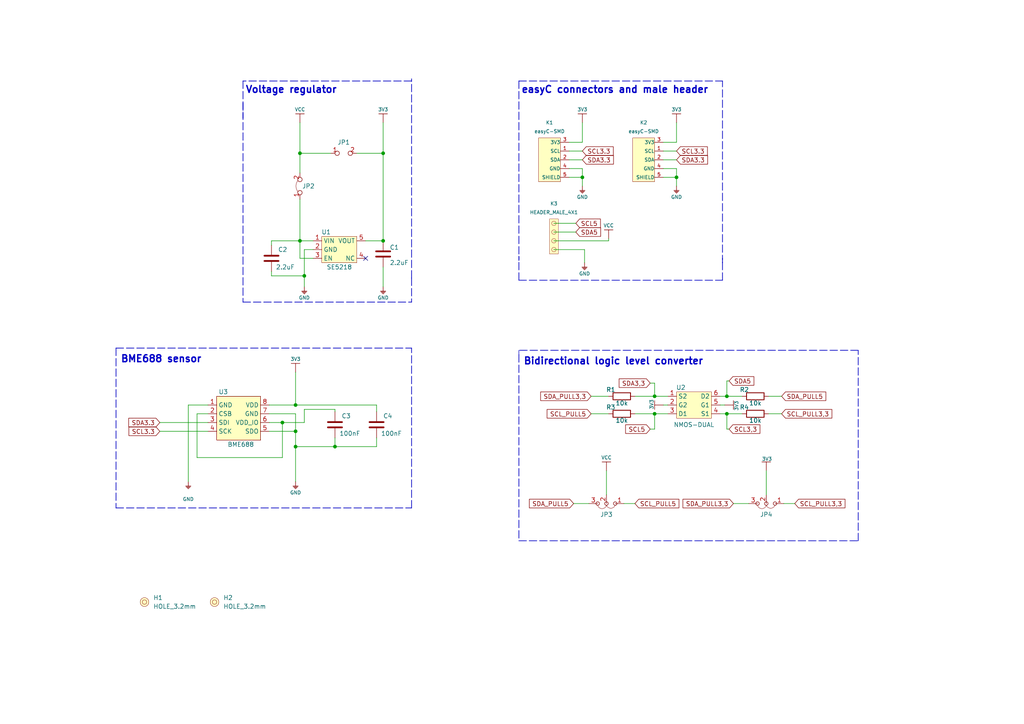
<source format=kicad_sch>
(kicad_sch (version 20211123) (generator eeschema)

  (uuid 9d6329fa-0726-4d97-b263-946677c1706c)

  (paper "A4")

  (title_block
    (title "Gas sensor BME688 - breakout board")
    (date "2023-03-10")
  )

  (lib_symbols
    (symbol "Device:C" (pin_numbers hide) (pin_names (offset 0.254)) (in_bom yes) (on_board yes)
      (property "Reference" "C" (id 0) (at 0.635 2.54 0)
        (effects (font (size 1.27 1.27)) (justify left))
      )
      (property "Value" "C" (id 1) (at 0.635 -2.54 0)
        (effects (font (size 1.27 1.27)) (justify left))
      )
      (property "Footprint" "" (id 2) (at 0.9652 -3.81 0)
        (effects (font (size 1.27 1.27)) hide)
      )
      (property "Datasheet" "~" (id 3) (at 0 0 0)
        (effects (font (size 1.27 1.27)) hide)
      )
      (property "ki_keywords" "cap capacitor" (id 4) (at 0 0 0)
        (effects (font (size 1.27 1.27)) hide)
      )
      (property "ki_description" "Unpolarized capacitor" (id 5) (at 0 0 0)
        (effects (font (size 1.27 1.27)) hide)
      )
      (property "ki_fp_filters" "C_*" (id 6) (at 0 0 0)
        (effects (font (size 1.27 1.27)) hide)
      )
      (symbol "C_0_1"
        (polyline
          (pts
            (xy -2.032 -0.762)
            (xy 2.032 -0.762)
          )
          (stroke (width 0.508) (type default) (color 0 0 0 0))
          (fill (type none))
        )
        (polyline
          (pts
            (xy -2.032 0.762)
            (xy 2.032 0.762)
          )
          (stroke (width 0.508) (type default) (color 0 0 0 0))
          (fill (type none))
        )
      )
      (symbol "C_1_1"
        (pin passive line (at 0 3.81 270) (length 2.794)
          (name "~" (effects (font (size 1.27 1.27))))
          (number "1" (effects (font (size 1.27 1.27))))
        )
        (pin passive line (at 0 -3.81 90) (length 2.794)
          (name "~" (effects (font (size 1.27 1.27))))
          (number "2" (effects (font (size 1.27 1.27))))
        )
      )
    )
    (symbol "Device:R" (pin_numbers hide) (pin_names (offset 0)) (in_bom yes) (on_board yes)
      (property "Reference" "R" (id 0) (at 2.032 0 90)
        (effects (font (size 1.27 1.27)))
      )
      (property "Value" "R" (id 1) (at 0 0 90)
        (effects (font (size 1.27 1.27)))
      )
      (property "Footprint" "" (id 2) (at -1.778 0 90)
        (effects (font (size 1.27 1.27)) hide)
      )
      (property "Datasheet" "~" (id 3) (at 0 0 0)
        (effects (font (size 1.27 1.27)) hide)
      )
      (property "ki_keywords" "R res resistor" (id 4) (at 0 0 0)
        (effects (font (size 1.27 1.27)) hide)
      )
      (property "ki_description" "Resistor" (id 5) (at 0 0 0)
        (effects (font (size 1.27 1.27)) hide)
      )
      (property "ki_fp_filters" "R_*" (id 6) (at 0 0 0)
        (effects (font (size 1.27 1.27)) hide)
      )
      (symbol "R_0_1"
        (rectangle (start -1.016 -2.54) (end 1.016 2.54)
          (stroke (width 0.254) (type default) (color 0 0 0 0))
          (fill (type none))
        )
      )
      (symbol "R_1_1"
        (pin passive line (at 0 3.81 270) (length 1.27)
          (name "~" (effects (font (size 1.27 1.27))))
          (number "1" (effects (font (size 1.27 1.27))))
        )
        (pin passive line (at 0 -3.81 90) (length 1.27)
          (name "~" (effects (font (size 1.27 1.27))))
          (number "2" (effects (font (size 1.27 1.27))))
        )
      )
    )
    (symbol "e-radionica.com schematics:3V3" (power) (pin_names (offset 0)) (in_bom yes) (on_board yes)
      (property "Reference" "#PWR" (id 0) (at 4.445 0 0)
        (effects (font (size 1 1)) hide)
      )
      (property "Value" "3V3" (id 1) (at 0 3.556 0)
        (effects (font (size 1 1)))
      )
      (property "Footprint" "" (id 2) (at 4.445 3.81 0)
        (effects (font (size 1 1)) hide)
      )
      (property "Datasheet" "" (id 3) (at 4.445 3.81 0)
        (effects (font (size 1 1)) hide)
      )
      (property "ki_keywords" "power-flag" (id 4) (at 0 0 0)
        (effects (font (size 1.27 1.27)) hide)
      )
      (property "ki_description" "Power symbol creates a global label with name \"3V3\"" (id 5) (at 0 0 0)
        (effects (font (size 1.27 1.27)) hide)
      )
      (symbol "3V3_0_1"
        (polyline
          (pts
            (xy -1.27 2.54)
            (xy 1.27 2.54)
          )
          (stroke (width 0.16) (type default) (color 0 0 0 0))
          (fill (type none))
        )
        (polyline
          (pts
            (xy 0 0)
            (xy 0 2.54)
          )
          (stroke (width 0) (type default) (color 0 0 0 0))
          (fill (type none))
        )
      )
      (symbol "3V3_1_1"
        (pin power_in line (at 0 0 90) (length 0) hide
          (name "3V3" (effects (font (size 1.27 1.27))))
          (number "1" (effects (font (size 1.27 1.27))))
        )
      )
    )
    (symbol "e-radionica.com schematics:BME688" (in_bom yes) (on_board yes)
      (property "Reference" "U" (id 0) (at 3.81 6.35 0)
        (effects (font (size 1.27 1.27)))
      )
      (property "Value" "BME688" (id 1) (at -2.54 6.35 0)
        (effects (font (size 1.27 1.27)))
      )
      (property "Footprint" "e-radionica.com footprinti:BME688" (id 2) (at 0 0 0)
        (effects (font (size 1.27 1.27)) hide)
      )
      (property "Datasheet" "" (id 3) (at 0 0 0)
        (effects (font (size 1.27 1.27)) hide)
      )
      (symbol "BME688_0_1"
        (rectangle (start -7.62 5.08) (end 5.08 -7.62)
          (stroke (width 0) (type default) (color 0 0 0 0))
          (fill (type background))
        )
        (rectangle (start 5.08 -7.62) (end 5.08 -7.62)
          (stroke (width 0) (type default) (color 0 0 0 0))
          (fill (type none))
        )
      )
      (symbol "BME688_1_1"
        (pin passive line (at -10.16 2.54 0) (length 2.54)
          (name "GND" (effects (font (size 1.27 1.27))))
          (number "1" (effects (font (size 1.27 1.27))))
        )
        (pin passive line (at -10.16 0 0) (length 2.54)
          (name "CSB" (effects (font (size 1.27 1.27))))
          (number "2" (effects (font (size 1.27 1.27))))
        )
        (pin passive line (at -10.16 -2.54 0) (length 2.54)
          (name "SDI" (effects (font (size 1.27 1.27))))
          (number "3" (effects (font (size 1.27 1.27))))
        )
        (pin passive line (at -10.16 -5.08 0) (length 2.54)
          (name "SCK" (effects (font (size 1.27 1.27))))
          (number "4" (effects (font (size 1.27 1.27))))
        )
        (pin passive line (at 7.62 -5.08 180) (length 2.54)
          (name "SDO" (effects (font (size 1.27 1.27))))
          (number "5" (effects (font (size 1.27 1.27))))
        )
        (pin passive line (at 7.62 -2.54 180) (length 2.54)
          (name "VDD_IO" (effects (font (size 1.27 1.27))))
          (number "6" (effects (font (size 1.27 1.27))))
        )
        (pin passive line (at 7.62 0 180) (length 2.54)
          (name "GND" (effects (font (size 1.27 1.27))))
          (number "7" (effects (font (size 1.27 1.27))))
        )
        (pin passive line (at 7.62 2.54 180) (length 2.54)
          (name "VDD" (effects (font (size 1.27 1.27))))
          (number "8" (effects (font (size 1.27 1.27))))
        )
      )
    )
    (symbol "e-radionica.com schematics:GND" (power) (pin_names (offset 0)) (in_bom yes) (on_board yes)
      (property "Reference" "#PWR" (id 0) (at 4.445 0 0)
        (effects (font (size 1 1)) hide)
      )
      (property "Value" "GND" (id 1) (at 0 -2.921 0)
        (effects (font (size 1 1)))
      )
      (property "Footprint" "" (id 2) (at 4.445 3.81 0)
        (effects (font (size 1 1)) hide)
      )
      (property "Datasheet" "" (id 3) (at 4.445 3.81 0)
        (effects (font (size 1 1)) hide)
      )
      (property "ki_keywords" "power-flag" (id 4) (at 0 0 0)
        (effects (font (size 1.27 1.27)) hide)
      )
      (property "ki_description" "Power symbol creates a global label with name \"GND\"" (id 5) (at 0 0 0)
        (effects (font (size 1.27 1.27)) hide)
      )
      (symbol "GND_0_1"
        (polyline
          (pts
            (xy -0.762 -1.27)
            (xy 0.762 -1.27)
          )
          (stroke (width 0.16) (type default) (color 0 0 0 0))
          (fill (type none))
        )
        (polyline
          (pts
            (xy -0.635 -1.524)
            (xy 0.635 -1.524)
          )
          (stroke (width 0.16) (type default) (color 0 0 0 0))
          (fill (type none))
        )
        (polyline
          (pts
            (xy -0.381 -1.778)
            (xy 0.381 -1.778)
          )
          (stroke (width 0.16) (type default) (color 0 0 0 0))
          (fill (type none))
        )
        (polyline
          (pts
            (xy -0.127 -2.032)
            (xy 0.127 -2.032)
          )
          (stroke (width 0.16) (type default) (color 0 0 0 0))
          (fill (type none))
        )
        (polyline
          (pts
            (xy 0 0)
            (xy 0 -1.27)
          )
          (stroke (width 0.16) (type default) (color 0 0 0 0))
          (fill (type none))
        )
      )
      (symbol "GND_1_1"
        (pin power_in line (at 0 0 270) (length 0) hide
          (name "GND" (effects (font (size 1.27 1.27))))
          (number "1" (effects (font (size 1.27 1.27))))
        )
      )
    )
    (symbol "e-radionica.com schematics:HEADER_MALE_4X1" (pin_numbers hide) (pin_names hide) (in_bom yes) (on_board yes)
      (property "Reference" "K" (id 0) (at 0 7.62 0)
        (effects (font (size 1 1)))
      )
      (property "Value" "HEADER_MALE_4X1" (id 1) (at 0 -5.08 0)
        (effects (font (size 1 1)))
      )
      (property "Footprint" "e-radionica.com footprinti:HEADER_MALE_4X1" (id 2) (at 0 -6.35 0)
        (effects (font (size 1 1)) hide)
      )
      (property "Datasheet" "" (id 3) (at 0 -2.54 0)
        (effects (font (size 1 1)) hide)
      )
      (symbol "HEADER_MALE_4X1_0_1"
        (circle (center 0 -2.54) (radius 0.635)
          (stroke (width 0.0006) (type default) (color 0 0 0 0))
          (fill (type none))
        )
        (circle (center 0 0) (radius 0.635)
          (stroke (width 0.0006) (type default) (color 0 0 0 0))
          (fill (type none))
        )
        (circle (center 0 2.54) (radius 0.635)
          (stroke (width 0.0006) (type default) (color 0 0 0 0))
          (fill (type none))
        )
        (circle (center 0 5.08) (radius 0.635)
          (stroke (width 0.0006) (type default) (color 0 0 0 0))
          (fill (type none))
        )
        (rectangle (start 1.27 -3.81) (end -1.27 6.35)
          (stroke (width 0.001) (type default) (color 0 0 0 0))
          (fill (type background))
        )
      )
      (symbol "HEADER_MALE_4X1_1_1"
        (pin passive line (at 0 -2.54 180) (length 0)
          (name "~" (effects (font (size 1 1))))
          (number "1" (effects (font (size 1 1))))
        )
        (pin passive line (at 0 0 180) (length 0)
          (name "~" (effects (font (size 1 1))))
          (number "2" (effects (font (size 1 1))))
        )
        (pin passive line (at 0 2.54 180) (length 0)
          (name "~" (effects (font (size 1 1))))
          (number "3" (effects (font (size 1 1))))
        )
        (pin passive line (at 0 5.08 180) (length 0)
          (name "~" (effects (font (size 1 1))))
          (number "4" (effects (font (size 1 1))))
        )
      )
    )
    (symbol "e-radionica.com schematics:HOLE_3.2mm" (pin_numbers hide) (pin_names hide) (in_bom yes) (on_board yes)
      (property "Reference" "H" (id 0) (at 0 2.54 0)
        (effects (font (size 1.27 1.27)))
      )
      (property "Value" "HOLE_3.2mm" (id 1) (at 0 -2.54 0)
        (effects (font (size 1.27 1.27)))
      )
      (property "Footprint" "e-radionica.com footprinti:HOLE_3.2mm" (id 2) (at 0 -5.08 0)
        (effects (font (size 1.27 1.27)) hide)
      )
      (property "Datasheet" "" (id 3) (at 0 0 0)
        (effects (font (size 1.27 1.27)) hide)
      )
      (symbol "HOLE_3.2mm_0_1"
        (circle (center 0 0) (radius 0.635)
          (stroke (width 0.1) (type default) (color 0 0 0 0))
          (fill (type none))
        )
        (circle (center 0 0) (radius 1.27)
          (stroke (width 0.1) (type default) (color 0 0 0 0))
          (fill (type background))
        )
      )
    )
    (symbol "e-radionica.com schematics:NMOS-DUAL" (in_bom yes) (on_board yes)
      (property "Reference" "U" (id 0) (at 0 5.08 0)
        (effects (font (size 1.27 1.27)))
      )
      (property "Value" "NMOS-DUAL" (id 1) (at 0 -5.08 0)
        (effects (font (size 1.27 1.27)))
      )
      (property "Footprint" "e-radionica.com footprinti:SOT-363" (id 2) (at 0 -7.62 0)
        (effects (font (size 1.27 1.27)) hide)
      )
      (property "Datasheet" "" (id 3) (at 0 -2.54 0)
        (effects (font (size 1.27 1.27)) hide)
      )
      (property "ki_description" "L2N7002SDW1T1G DUAL NMOS" (id 4) (at 0 0 0)
        (effects (font (size 1.27 1.27)) hide)
      )
      (symbol "NMOS-DUAL_0_1"
        (rectangle (start -5.08 3.81) (end 5.08 -3.81)
          (stroke (width 0.1) (type default) (color 0 0 0 0))
          (fill (type background))
        )
      )
      (symbol "NMOS-DUAL_1_1"
        (pin input line (at -7.62 2.54 0) (length 2.54)
          (name "S2" (effects (font (size 1.27 1.27))))
          (number "1" (effects (font (size 1.27 1.27))))
        )
        (pin input line (at -7.62 0 0) (length 2.54)
          (name "G2" (effects (font (size 1.27 1.27))))
          (number "2" (effects (font (size 1.27 1.27))))
        )
        (pin input line (at -7.62 -2.54 0) (length 2.54)
          (name "D1" (effects (font (size 1.27 1.27))))
          (number "3" (effects (font (size 1.27 1.27))))
        )
        (pin input line (at 7.62 -2.54 180) (length 2.54)
          (name "S1" (effects (font (size 1.27 1.27))))
          (number "4" (effects (font (size 1.27 1.27))))
        )
        (pin input line (at 7.62 0 180) (length 2.54)
          (name "G1" (effects (font (size 1.27 1.27))))
          (number "5" (effects (font (size 1.27 1.27))))
        )
        (pin input line (at 7.62 2.54 180) (length 2.54)
          (name "D2" (effects (font (size 1.27 1.27))))
          (number "6" (effects (font (size 1.27 1.27))))
        )
      )
    )
    (symbol "e-radionica.com schematics:SE5218" (in_bom yes) (on_board yes)
      (property "Reference" "U" (id 0) (at 0 5.08 0)
        (effects (font (size 1.27 1.27)))
      )
      (property "Value" "SE5218" (id 1) (at 0 -5.08 0)
        (effects (font (size 1.27 1.27)))
      )
      (property "Footprint" "e-radionica.com footprinti:SOT-23-5" (id 2) (at 0 -7.62 0)
        (effects (font (size 1.27 1.27)) hide)
      )
      (property "Datasheet" "" (id 3) (at 0 0 0)
        (effects (font (size 1.27 1.27)) hide)
      )
      (symbol "SE5218_0_1"
        (rectangle (start -5.08 3.81) (end 5.08 -3.81)
          (stroke (width 0.1) (type default) (color 0 0 0 0))
          (fill (type background))
        )
      )
      (symbol "SE5218_1_1"
        (pin power_in line (at -7.62 2.54 0) (length 2.54)
          (name "VIN" (effects (font (size 1.27 1.27))))
          (number "1" (effects (font (size 1.27 1.27))))
        )
        (pin power_in line (at -7.62 0 0) (length 2.54)
          (name "GND" (effects (font (size 1.27 1.27))))
          (number "2" (effects (font (size 1.27 1.27))))
        )
        (pin input line (at -7.62 -2.54 0) (length 2.54)
          (name "EN" (effects (font (size 1.27 1.27))))
          (number "3" (effects (font (size 1.27 1.27))))
        )
        (pin passive line (at 7.62 -2.54 180) (length 2.54)
          (name "NC" (effects (font (size 1.27 1.27))))
          (number "4" (effects (font (size 1.27 1.27))))
        )
        (pin power_out line (at 7.62 2.54 180) (length 2.54)
          (name "VOUT" (effects (font (size 1.27 1.27))))
          (number "5" (effects (font (size 1.27 1.27))))
        )
      )
    )
    (symbol "e-radionica.com schematics:SMD-JUMPER-CONNECTED_TRACE_SOLDERMASK" (in_bom yes) (on_board yes)
      (property "Reference" "JP" (id 0) (at 0 3.556 0)
        (effects (font (size 1.27 1.27)))
      )
      (property "Value" "SMD-JUMPER-CONNECTED_TRACE_SOLDERMASK" (id 1) (at 0 -2.54 0)
        (effects (font (size 1.27 1.27)))
      )
      (property "Footprint" "e-radionica.com footprinti:SMD-JUMPER-CONNECTED_TRACE_SOLDERMASK" (id 2) (at 0 -5.715 0)
        (effects (font (size 1.27 1.27)) hide)
      )
      (property "Datasheet" "" (id 3) (at 0 0 0)
        (effects (font (size 1.27 1.27)) hide)
      )
      (symbol "SMD-JUMPER-CONNECTED_TRACE_SOLDERMASK_0_1"
        (arc (start 1.5845 0.5996) (mid -0.0202 1.1519) (end -1.6159 0.5742)
          (stroke (width 0.1) (type default) (color 0 0 0 0))
          (fill (type none))
        )
      )
      (symbol "SMD-JUMPER-CONNECTED_TRACE_SOLDERMASK_1_1"
        (pin passive inverted (at -3.81 0 0) (length 2.54)
          (name "" (effects (font (size 1.27 1.27))))
          (number "1" (effects (font (size 1.27 1.27))))
        )
        (pin passive inverted (at 3.81 0 180) (length 2.54)
          (name "" (effects (font (size 1.27 1.27))))
          (number "2" (effects (font (size 1.27 1.27))))
        )
      )
    )
    (symbol "e-radionica.com schematics:SMD_JUMPER" (in_bom yes) (on_board yes)
      (property "Reference" "JP" (id 0) (at 0 1.397 0)
        (effects (font (size 1.27 1.27)))
      )
      (property "Value" "SMD_JUMPER" (id 1) (at 0 -2.54 0)
        (effects (font (size 1.27 1.27)))
      )
      (property "Footprint" "e-radionica.com footprinti:SMD_JUMPER" (id 2) (at 0 -5.08 0)
        (effects (font (size 1.27 1.27)) hide)
      )
      (property "Datasheet" "" (id 3) (at 0 0 0)
        (effects (font (size 1.27 1.27)) hide)
      )
      (symbol "SMD_JUMPER_1_1"
        (pin passive inverted (at -3.81 0 0) (length 2.54)
          (name "" (effects (font (size 1.27 1.27))))
          (number "1" (effects (font (size 1.27 1.27))))
        )
        (pin passive inverted (at 3.81 0 180) (length 2.54)
          (name "" (effects (font (size 1.27 1.27))))
          (number "2" (effects (font (size 1.27 1.27))))
        )
      )
    )
    (symbol "e-radionica.com schematics:SMD_JUMPER_3_PAD_TRACE" (in_bom yes) (on_board yes)
      (property "Reference" "JP" (id 0) (at 0 2.54 0)
        (effects (font (size 1.27 1.27)))
      )
      (property "Value" "SMD_JUMPER_3_PAD_TRACE" (id 1) (at 0.3048 -4.572 0)
        (effects (font (size 1.27 1.27)))
      )
      (property "Footprint" "e-radionica.com footprinti:SMD_JUMPER_3_PAD_TRACE" (id 2) (at 0 -7.62 0)
        (effects (font (size 1.27 1.27)) hide)
      )
      (property "Datasheet" "" (id 3) (at 0 0 0)
        (effects (font (size 1.27 1.27)) hide)
      )
      (symbol "SMD_JUMPER_3_PAD_TRACE_0_1"
        (circle (center -2.54 0) (radius 0.508)
          (stroke (width 0.1524) (type default) (color 0 0 0 0))
          (fill (type none))
        )
        (circle (center 0 0) (radius 0.508)
          (stroke (width 0.1524) (type default) (color 0 0 0 0))
          (fill (type none))
        )
        (arc (start 0 0.508) (mid -1.27 1.3552) (end -2.54 0.508)
          (stroke (width 0.1) (type default) (color 0 0 0 0))
          (fill (type none))
        )
        (circle (center 2.54 0) (radius 0.508)
          (stroke (width 0.1524) (type default) (color 0 0 0 0))
          (fill (type none))
        )
        (arc (start 2.54 0.508) (mid 1.27 1.4777) (end 0 0.508)
          (stroke (width 0.1) (type default) (color 0 0 0 0))
          (fill (type none))
        )
      )
      (symbol "SMD_JUMPER_3_PAD_TRACE_1_1"
        (pin input line (at -5.08 0 0) (length 2.54)
          (name "" (effects (font (size 1.27 1.27))))
          (number "1" (effects (font (size 1.27 1.27))))
        )
        (pin input line (at 0 -2.54 90) (length 2.54)
          (name "" (effects (font (size 1.27 1.27))))
          (number "2" (effects (font (size 1.27 1.27))))
        )
        (pin input line (at 5.08 0 180) (length 2.54)
          (name "" (effects (font (size 1.27 1.27))))
          (number "3" (effects (font (size 1.27 1.27))))
        )
      )
    )
    (symbol "e-radionica.com schematics:VCC" (power) (pin_names (offset 0)) (in_bom yes) (on_board yes)
      (property "Reference" "#PWR" (id 0) (at 4.445 0 0)
        (effects (font (size 1 1)) hide)
      )
      (property "Value" "VCC" (id 1) (at 0 3.556 0)
        (effects (font (size 1 1)))
      )
      (property "Footprint" "" (id 2) (at 4.445 3.81 0)
        (effects (font (size 1 1)) hide)
      )
      (property "Datasheet" "" (id 3) (at 4.445 3.81 0)
        (effects (font (size 1 1)) hide)
      )
      (property "ki_keywords" "power-flag" (id 4) (at 0 0 0)
        (effects (font (size 1.27 1.27)) hide)
      )
      (property "ki_description" "Power symbol creates a global label with name \"VCC\"" (id 5) (at 0 0 0)
        (effects (font (size 1.27 1.27)) hide)
      )
      (symbol "VCC_0_1"
        (polyline
          (pts
            (xy -1.27 2.54)
            (xy 1.27 2.54)
          )
          (stroke (width 0.16) (type default) (color 0 0 0 0))
          (fill (type none))
        )
        (polyline
          (pts
            (xy 0 0)
            (xy 0 2.54)
          )
          (stroke (width 0) (type default) (color 0 0 0 0))
          (fill (type none))
        )
      )
      (symbol "VCC_1_1"
        (pin power_in line (at 0 0 90) (length 0) hide
          (name "VCC" (effects (font (size 1.27 1.27))))
          (number "1" (effects (font (size 1.27 1.27))))
        )
      )
    )
    (symbol "e-radionica.com schematics:easyC-SMD" (pin_names (offset 0.002)) (in_bom yes) (on_board yes)
      (property "Reference" "K" (id 0) (at 0 10.16 0)
        (effects (font (size 1 1)))
      )
      (property "Value" "easyC-SMD" (id 1) (at 0 -5.08 0)
        (effects (font (size 1 1)))
      )
      (property "Footprint" "e-radionica.com footprinti:easyC-connector" (id 2) (at 0 -6.35 0)
        (effects (font (size 1 1)) hide)
      )
      (property "Datasheet" "" (id 3) (at 3.175 2.54 0)
        (effects (font (size 1 1)) hide)
      )
      (symbol "easyC-SMD_0_1"
        (rectangle (start -3.175 8.89) (end 3.175 -3.81)
          (stroke (width 0.1) (type default) (color 0 0 0 0))
          (fill (type background))
        )
      )
      (symbol "easyC-SMD_1_1"
        (pin passive line (at 5.715 5.08 180) (length 2.54)
          (name "SCL" (effects (font (size 1 1))))
          (number "1" (effects (font (size 1 1))))
        )
        (pin passive line (at 5.715 2.54 180) (length 2.54)
          (name "SDA" (effects (font (size 1 1))))
          (number "2" (effects (font (size 1 1))))
        )
        (pin passive line (at 5.715 7.62 180) (length 2.54)
          (name "3V3" (effects (font (size 1 1))))
          (number "3" (effects (font (size 1 1))))
        )
        (pin passive line (at 5.715 0 180) (length 2.54)
          (name "GND" (effects (font (size 1 1))))
          (number "4" (effects (font (size 1 1))))
        )
        (pin passive line (at 5.715 -2.54 180) (length 2.54)
          (name "SHIELD" (effects (font (size 1 1))))
          (number "5" (effects (font (size 1 1))))
        )
      )
    )
  )

  (junction (at 111.125 69.85) (diameter 0) (color 0 0 0 0)
    (uuid 01653d82-1a30-4d17-9c26-d9c18f2bd4d2)
  )
  (junction (at 210.82 120.015) (diameter 0) (color 0 0 0 0)
    (uuid 12bfae5d-02ad-4770-9cbf-d391215108ca)
  )
  (junction (at 85.725 125.095) (diameter 0) (color 0 0 0 0)
    (uuid 135c042b-81b1-4a37-82f8-b59284f336ab)
  )
  (junction (at 196.215 51.435) (diameter 0) (color 0 0 0 0)
    (uuid 1a46f2d4-02d8-455d-af86-017ff8936f6b)
  )
  (junction (at 85.725 129.54) (diameter 0) (color 0 0 0 0)
    (uuid 254f7de2-8f66-4049-99c8-ab9b5cb600b8)
  )
  (junction (at 111.125 44.45) (diameter 0) (color 0 0 0 0)
    (uuid 35c61446-b368-4835-9e8d-9b63403c2335)
  )
  (junction (at 85.725 117.475) (diameter 0) (color 0 0 0 0)
    (uuid 362822aa-b504-4615-9772-a00e1948860b)
  )
  (junction (at 81.915 122.555) (diameter 0) (color 0 0 0 0)
    (uuid 38bfdc3f-6689-4e5f-abb8-68e8436fb4c7)
  )
  (junction (at 88.265 80.01) (diameter 0) (color 0 0 0 0)
    (uuid 45dfc625-4d4f-42b9-bc07-d6d9ae2d7159)
  )
  (junction (at 168.91 51.435) (diameter 0) (color 0 0 0 0)
    (uuid 5f2cd5b9-4d73-4568-82c0-589bcd2825c9)
  )
  (junction (at 189.865 114.935) (diameter 0) (color 0 0 0 0)
    (uuid 75b7bb5c-d1be-4112-a0a8-d3fc9d833ad7)
  )
  (junction (at 97.155 129.54) (diameter 0) (color 0 0 0 0)
    (uuid c327c874-3089-4999-9000-a1cdd865bf22)
  )
  (junction (at 189.865 120.015) (diameter 0) (color 0 0 0 0)
    (uuid d4f4e5f9-dba4-4c25-be85-27c7e27ae53a)
  )
  (junction (at 86.995 69.85) (diameter 0) (color 0 0 0 0)
    (uuid d6bf6637-1d6c-4abe-a924-3ab0c99410d2)
  )
  (junction (at 86.995 44.45) (diameter 0) (color 0 0 0 0)
    (uuid e267987f-2f08-4eb1-acad-a4a83224557e)
  )
  (junction (at 210.82 114.935) (diameter 0) (color 0 0 0 0)
    (uuid f76de73b-2ea5-4300-aef1-b7504451bd15)
  )

  (no_connect (at 106.045 74.93) (uuid c8ec8ad2-782a-433e-a7b4-2f32d4bba547))

  (wire (pts (xy 88.265 72.39) (xy 88.265 80.01))
    (stroke (width 0) (type default) (color 0 0 0 0))
    (uuid 01446c93-22cc-48bd-a121-f7db9acdc9c6)
  )
  (wire (pts (xy 109.22 127) (xy 109.22 129.54))
    (stroke (width 0) (type default) (color 0 0 0 0))
    (uuid 0231176e-b576-487c-bbae-2832c000ad2c)
  )
  (wire (pts (xy 180.975 146.05) (xy 184.15 146.05))
    (stroke (width 0) (type default) (color 0 0 0 0))
    (uuid 023cf93e-87b0-4b03-9bdf-54dc4dd9998d)
  )
  (wire (pts (xy 227.33 146.05) (xy 230.505 146.05))
    (stroke (width 0) (type default) (color 0 0 0 0))
    (uuid 02afb212-4f88-4a00-9c10-2fec0e741309)
  )
  (wire (pts (xy 171.45 114.935) (xy 176.53 114.935))
    (stroke (width 0) (type default) (color 0 0 0 0))
    (uuid 03027463-8e7d-48f9-a001-bb0535b22ffe)
  )
  (wire (pts (xy 78.105 120.015) (xy 85.725 120.015))
    (stroke (width 0) (type default) (color 0 0 0 0))
    (uuid 04a5744b-851f-490d-84d2-173910005a78)
  )
  (polyline (pts (xy 150.495 81.28) (xy 209.55 81.28))
    (stroke (width 0.2) (type default) (color 0 0 0 0))
    (uuid 057a9c4c-deb3-45b5-a6d2-fe88ef813c5a)
  )
  (polyline (pts (xy 33.655 147.32) (xy 119.38 147.32))
    (stroke (width 0.2) (type default) (color 0 0 0 0))
    (uuid 07704fad-2044-4701-9562-b84e03ea5bde)
  )

  (wire (pts (xy 208.915 120.015) (xy 210.82 120.015))
    (stroke (width 0) (type default) (color 0 0 0 0))
    (uuid 085bd18b-e6bf-4d08-a0d0-1f8405299f67)
  )
  (wire (pts (xy 169.545 72.39) (xy 169.545 76.2))
    (stroke (width 0) (type default) (color 0 0 0 0))
    (uuid 0a91c0c7-10a4-409d-899d-4444adfd7f18)
  )
  (wire (pts (xy 211.455 124.46) (xy 210.82 124.46))
    (stroke (width 0) (type default) (color 0 0 0 0))
    (uuid 0b524802-f8a3-4689-b26c-de9aa358d67f)
  )
  (polyline (pts (xy 150.495 101.6) (xy 150.495 102.87))
    (stroke (width 0) (type default) (color 0 0 0 0))
    (uuid 0c13d7a0-0afe-4b85-a3b6-654030e51a4d)
  )

  (wire (pts (xy 192.405 117.475) (xy 193.675 117.475))
    (stroke (width 0) (type default) (color 0 0 0 0))
    (uuid 0c50da83-8406-4ad2-99b8-8e34d57cfd84)
  )
  (wire (pts (xy 171.45 120.015) (xy 176.53 120.015))
    (stroke (width 0) (type default) (color 0 0 0 0))
    (uuid 0d081e40-6169-4c3e-9a2a-81d857b47832)
  )
  (wire (pts (xy 168.91 48.895) (xy 168.91 51.435))
    (stroke (width 0) (type default) (color 0 0 0 0))
    (uuid 0f443356-d2b5-4f44-87f6-147f728b91e1)
  )
  (wire (pts (xy 167.005 64.77) (xy 160.655 64.77))
    (stroke (width 0) (type default) (color 0 0 0 0))
    (uuid 1058a056-b61d-4add-a37f-f99bfeefa164)
  )
  (wire (pts (xy 196.215 41.275) (xy 196.215 35.56))
    (stroke (width 0) (type default) (color 0 0 0 0))
    (uuid 1072c879-34df-4cee-bd40-a07f0428c53e)
  )
  (wire (pts (xy 210.82 114.935) (xy 215.265 114.935))
    (stroke (width 0) (type default) (color 0 0 0 0))
    (uuid 11261ad8-7e49-43d3-b45b-65c72294d759)
  )
  (wire (pts (xy 188.595 111.125) (xy 189.865 111.125))
    (stroke (width 0) (type default) (color 0 0 0 0))
    (uuid 123455f0-8969-4d9c-92bd-2f8eb0eca9be)
  )
  (polyline (pts (xy 209.55 76.2) (xy 209.55 23.495))
    (stroke (width 0.2) (type default) (color 0 0 0 0))
    (uuid 13f4dbee-8632-4656-b093-29155c93c2d0)
  )

  (wire (pts (xy 211.455 110.49) (xy 210.82 110.49))
    (stroke (width 0) (type default) (color 0 0 0 0))
    (uuid 16629977-0ed5-431e-b3eb-cf2be7ff0099)
  )
  (wire (pts (xy 97.155 118.745) (xy 97.155 119.38))
    (stroke (width 0) (type default) (color 0 0 0 0))
    (uuid 17b99c5c-7111-4823-a533-647d3a00bb43)
  )
  (wire (pts (xy 54.61 117.475) (xy 60.325 117.475))
    (stroke (width 0) (type default) (color 0 0 0 0))
    (uuid 18d4c757-3db6-4993-aab2-4a306f7abec5)
  )
  (wire (pts (xy 86.995 44.45) (xy 86.995 50.165))
    (stroke (width 0) (type default) (color 0 0 0 0))
    (uuid 18d85bd5-818a-41e5-9129-53f9c1f45bb3)
  )
  (wire (pts (xy 168.91 51.435) (xy 165.1 51.435))
    (stroke (width 0) (type default) (color 0 0 0 0))
    (uuid 20942c50-9dca-4d78-8d94-1ed0d9754b90)
  )
  (wire (pts (xy 85.725 117.475) (xy 109.22 117.475))
    (stroke (width 0) (type default) (color 0 0 0 0))
    (uuid 22a01a35-3f89-4e13-8bd8-66522751ba88)
  )
  (wire (pts (xy 165.1 41.275) (xy 168.91 41.275))
    (stroke (width 0) (type default) (color 0 0 0 0))
    (uuid 22ff10d5-d2ef-4cd6-8994-05a767fd8787)
  )
  (wire (pts (xy 160.655 72.39) (xy 169.545 72.39))
    (stroke (width 0) (type default) (color 0 0 0 0))
    (uuid 2342bc57-eb84-423d-9f74-5aa80cfebc2a)
  )
  (wire (pts (xy 192.405 41.275) (xy 196.215 41.275))
    (stroke (width 0) (type default) (color 0 0 0 0))
    (uuid 24621bfb-57a1-470b-aed1-6461ff15f76e)
  )
  (polyline (pts (xy 119.38 80.645) (xy 119.38 87.63))
    (stroke (width 0.2) (type default) (color 0 0 0 0))
    (uuid 267a691a-9091-451e-88a0-ee40249ae887)
  )

  (wire (pts (xy 54.61 139.7) (xy 54.61 117.475))
    (stroke (width 0) (type default) (color 0 0 0 0))
    (uuid 26a2997a-1ea9-45c7-b15e-6130ac780224)
  )
  (wire (pts (xy 85.725 125.095) (xy 85.725 129.54))
    (stroke (width 0) (type default) (color 0 0 0 0))
    (uuid 38a059c9-5de1-449d-974a-1c9e733b9b80)
  )
  (wire (pts (xy 189.865 120.015) (xy 193.675 120.015))
    (stroke (width 0) (type default) (color 0 0 0 0))
    (uuid 390a789b-8cfa-45e1-a648-8b9a6b6c33d7)
  )
  (wire (pts (xy 111.125 83.185) (xy 111.125 77.47))
    (stroke (width 0) (type default) (color 0 0 0 0))
    (uuid 3b91a1b4-a6c5-4e68-8bd9-dc01547eded8)
  )
  (wire (pts (xy 90.805 69.85) (xy 86.995 69.85))
    (stroke (width 0) (type default) (color 0 0 0 0))
    (uuid 3c2a73af-00ad-4eb5-8392-f42b90de9d6e)
  )
  (wire (pts (xy 226.695 120.015) (xy 222.885 120.015))
    (stroke (width 0) (type default) (color 0 0 0 0))
    (uuid 4198f019-24f9-4b24-8b2c-a7847634d644)
  )
  (wire (pts (xy 57.15 120.015) (xy 57.15 132.715))
    (stroke (width 0) (type default) (color 0 0 0 0))
    (uuid 446971cd-1ce0-4b5d-8a60-08a22b24e328)
  )
  (wire (pts (xy 81.915 132.715) (xy 81.915 122.555))
    (stroke (width 0) (type default) (color 0 0 0 0))
    (uuid 4babef33-2f27-4703-9f36-95b33e1d6417)
  )
  (wire (pts (xy 81.915 122.555) (xy 78.105 122.555))
    (stroke (width 0) (type default) (color 0 0 0 0))
    (uuid 4ead14a4-dbab-4901-9c84-4fd16334fc00)
  )
  (polyline (pts (xy 33.655 100.965) (xy 33.655 147.32))
    (stroke (width 0.2) (type default) (color 0 0 0 0))
    (uuid 557b12bc-003c-4e08-b528-f2ddb95b18b2)
  )

  (wire (pts (xy 46.355 125.095) (xy 60.325 125.095))
    (stroke (width 0) (type default) (color 0 0 0 0))
    (uuid 56f8fd2d-6319-4356-95c5-8af91badfe79)
  )
  (polyline (pts (xy 70.485 87.63) (xy 119.38 87.63))
    (stroke (width 0.2) (type default) (color 0 0 0 0))
    (uuid 5902bfde-6d3c-4f8c-b9db-f4d71ebbd423)
  )

  (wire (pts (xy 222.25 143.51) (xy 222.25 136.525))
    (stroke (width 0) (type default) (color 0 0 0 0))
    (uuid 593d3745-88c3-40f3-9285-db57feb85c55)
  )
  (wire (pts (xy 188.595 124.46) (xy 189.865 124.46))
    (stroke (width 0) (type default) (color 0 0 0 0))
    (uuid 59679e39-a8aa-47c3-a298-565241092d6e)
  )
  (wire (pts (xy 86.995 57.785) (xy 86.995 69.85))
    (stroke (width 0) (type default) (color 0 0 0 0))
    (uuid 5d2ec315-b3a7-43b8-82d2-f881a9d7d861)
  )
  (wire (pts (xy 165.1 43.815) (xy 168.91 43.815))
    (stroke (width 0) (type default) (color 0 0 0 0))
    (uuid 5d320df9-252a-4da3-a610-0079dde55ea1)
  )
  (polyline (pts (xy 150.495 23.495) (xy 209.55 23.495))
    (stroke (width 0.2) (type default) (color 0 0 0 0))
    (uuid 5f2d226d-3b12-4a20-9fbf-73040e7c70fd)
  )

  (wire (pts (xy 88.265 118.745) (xy 97.155 118.745))
    (stroke (width 0) (type default) (color 0 0 0 0))
    (uuid 6302b165-669a-433f-b39f-de744f819fec)
  )
  (wire (pts (xy 57.15 132.715) (xy 81.915 132.715))
    (stroke (width 0) (type default) (color 0 0 0 0))
    (uuid 65e6ab3b-50fb-4985-9c33-edfb7859b727)
  )
  (wire (pts (xy 81.915 122.555) (xy 88.265 122.555))
    (stroke (width 0) (type default) (color 0 0 0 0))
    (uuid 67b54ed4-e0b6-46eb-ad31-c5a359e60926)
  )
  (wire (pts (xy 189.865 111.125) (xy 189.865 114.935))
    (stroke (width 0) (type default) (color 0 0 0 0))
    (uuid 6862b9a7-f88d-4418-b866-f5ee1088a376)
  )
  (wire (pts (xy 106.045 69.85) (xy 111.125 69.85))
    (stroke (width 0) (type default) (color 0 0 0 0))
    (uuid 6ac40ed0-72ca-4bbe-bfb0-ef308e40524d)
  )
  (wire (pts (xy 88.265 80.01) (xy 88.265 83.185))
    (stroke (width 0) (type default) (color 0 0 0 0))
    (uuid 6c2277c0-3a53-4c1c-add9-a3fd776ad996)
  )
  (wire (pts (xy 78.74 78.74) (xy 78.74 80.01))
    (stroke (width 0) (type default) (color 0 0 0 0))
    (uuid 6d87ac87-2fb5-4f58-bbed-93d6a83b51a6)
  )
  (wire (pts (xy 60.325 120.015) (xy 57.15 120.015))
    (stroke (width 0) (type default) (color 0 0 0 0))
    (uuid 6f1bdb7f-f776-48fc-a3b5-69367ff47a08)
  )
  (wire (pts (xy 88.265 122.555) (xy 88.265 118.745))
    (stroke (width 0) (type default) (color 0 0 0 0))
    (uuid 75b01671-12db-4a9d-b2a1-1e3b1f26c7bd)
  )
  (wire (pts (xy 97.155 129.54) (xy 85.725 129.54))
    (stroke (width 0) (type default) (color 0 0 0 0))
    (uuid 7c6bdc9d-e55c-4099-8218-495e4aceaddb)
  )
  (polyline (pts (xy 248.92 101.6) (xy 150.495 101.6))
    (stroke (width 0.2) (type default) (color 0 0 0 0))
    (uuid 7d0dabe3-f02f-4d6b-ab20-dc31b0c92db1)
  )

  (wire (pts (xy 168.91 53.975) (xy 168.91 51.435))
    (stroke (width 0) (type default) (color 0 0 0 0))
    (uuid 7dc9c47c-b8a0-489a-9953-19b2c112a09c)
  )
  (wire (pts (xy 192.405 43.815) (xy 196.215 43.815))
    (stroke (width 0) (type default) (color 0 0 0 0))
    (uuid 8472c111-c766-425d-b9fe-40936ed5acd7)
  )
  (wire (pts (xy 210.82 120.015) (xy 215.265 120.015))
    (stroke (width 0) (type default) (color 0 0 0 0))
    (uuid 84be87d9-3300-416e-9897-13a3eb53afa6)
  )
  (wire (pts (xy 78.74 69.85) (xy 78.74 71.12))
    (stroke (width 0) (type default) (color 0 0 0 0))
    (uuid 87572b9e-f8ff-4c8e-bc8f-f9c5679990e2)
  )
  (wire (pts (xy 189.865 114.935) (xy 193.675 114.935))
    (stroke (width 0) (type default) (color 0 0 0 0))
    (uuid 894cc771-2d30-4e04-a0a4-35006e51c6b1)
  )
  (wire (pts (xy 189.865 124.46) (xy 189.865 120.015))
    (stroke (width 0) (type default) (color 0 0 0 0))
    (uuid 8b282cb7-4c31-4ee7-a7f6-4089e6585c56)
  )
  (wire (pts (xy 210.82 110.49) (xy 210.82 114.935))
    (stroke (width 0) (type default) (color 0 0 0 0))
    (uuid 91a2f0dc-dadc-461d-9adf-6054dd05b5f0)
  )
  (polyline (pts (xy 150.495 23.495) (xy 150.495 75.565))
    (stroke (width 0.2) (type default) (color 0 0 0 0))
    (uuid 94ca128e-6af6-435a-8a1e-b8f7c534af4e)
  )

  (wire (pts (xy 86.995 35.56) (xy 86.995 44.45))
    (stroke (width 0) (type default) (color 0 0 0 0))
    (uuid 9620fb56-947e-49e3-928d-db2587cbfa4e)
  )
  (wire (pts (xy 78.74 80.01) (xy 88.265 80.01))
    (stroke (width 0) (type default) (color 0 0 0 0))
    (uuid 9b7b8dd8-1519-4fa1-9756-42cfdfdc1bcb)
  )
  (wire (pts (xy 103.505 44.45) (xy 111.125 44.45))
    (stroke (width 0) (type default) (color 0 0 0 0))
    (uuid 9dab1130-3373-41d0-bbc4-aed34ff9a762)
  )
  (wire (pts (xy 176.53 69.85) (xy 176.53 69.215))
    (stroke (width 0) (type default) (color 0 0 0 0))
    (uuid a145c77f-5e7f-4efe-9d1a-c8b050a5cff0)
  )
  (wire (pts (xy 208.915 114.935) (xy 210.82 114.935))
    (stroke (width 0) (type default) (color 0 0 0 0))
    (uuid a36e453a-53d0-49d5-b801-334242ae1d57)
  )
  (polyline (pts (xy 70.485 23.495) (xy 70.485 87.63))
    (stroke (width 0.2) (type default) (color 0 0 0 0))
    (uuid a45369cc-0acc-4465-b609-7ed3b6756206)
  )

  (wire (pts (xy 196.215 51.435) (xy 192.405 51.435))
    (stroke (width 0) (type default) (color 0 0 0 0))
    (uuid a8d464da-1f29-4797-8369-df6b7064dfab)
  )
  (wire (pts (xy 210.185 117.475) (xy 208.915 117.475))
    (stroke (width 0) (type default) (color 0 0 0 0))
    (uuid acfd6411-73d7-48b6-ba6f-a469536b4aa5)
  )
  (wire (pts (xy 85.725 120.015) (xy 85.725 125.095))
    (stroke (width 0) (type default) (color 0 0 0 0))
    (uuid af8fe62c-2fd0-4c10-b954-b99b5fd0d0bc)
  )
  (wire (pts (xy 111.125 35.56) (xy 111.125 44.45))
    (stroke (width 0) (type default) (color 0 0 0 0))
    (uuid b15fb84a-04f9-4cae-bcc1-f08e54375538)
  )
  (polyline (pts (xy 119.38 80.645) (xy 119.38 22.86))
    (stroke (width 0.2) (type default) (color 0 0 0 0))
    (uuid b2356388-893a-4878-a335-74e1157626d2)
  )

  (wire (pts (xy 85.725 129.54) (xy 85.725 139.7))
    (stroke (width 0) (type default) (color 0 0 0 0))
    (uuid b251fda0-e0d5-4913-84fc-1460929d73fa)
  )
  (wire (pts (xy 90.805 72.39) (xy 88.265 72.39))
    (stroke (width 0) (type default) (color 0 0 0 0))
    (uuid b45fdacc-e837-4e91-96bf-bdf26a126374)
  )
  (wire (pts (xy 167.005 67.31) (xy 160.655 67.31))
    (stroke (width 0) (type default) (color 0 0 0 0))
    (uuid b6553f97-ea7a-4a41-839a-65bda33070b0)
  )
  (wire (pts (xy 196.215 48.895) (xy 196.215 51.435))
    (stroke (width 0) (type default) (color 0 0 0 0))
    (uuid b97d17f8-4e07-41f2-a569-f8ca4728fa6b)
  )
  (wire (pts (xy 212.725 146.05) (xy 217.17 146.05))
    (stroke (width 0) (type default) (color 0 0 0 0))
    (uuid baf98af5-f338-4740-8b5e-ae163d20acc4)
  )
  (wire (pts (xy 166.37 146.05) (xy 170.815 146.05))
    (stroke (width 0) (type default) (color 0 0 0 0))
    (uuid c0734b88-1596-4687-9d11-5accb6a1e1c5)
  )
  (wire (pts (xy 184.15 120.015) (xy 189.865 120.015))
    (stroke (width 0) (type default) (color 0 0 0 0))
    (uuid c080c642-06b6-4ffc-97e6-14fb24e33a53)
  )
  (wire (pts (xy 78.105 125.095) (xy 85.725 125.095))
    (stroke (width 0) (type default) (color 0 0 0 0))
    (uuid c2f31b16-3ced-4343-933f-0668f67ac9a2)
  )
  (wire (pts (xy 168.91 41.275) (xy 168.91 35.56))
    (stroke (width 0) (type default) (color 0 0 0 0))
    (uuid c3fb869a-9f58-4441-a46e-3abd42dcc1cd)
  )
  (polyline (pts (xy 248.92 156.845) (xy 248.92 101.6))
    (stroke (width 0.2) (type default) (color 0 0 0 0))
    (uuid c6af055c-2ba8-4d16-8942-131cfecdc7bb)
  )

  (wire (pts (xy 192.405 48.895) (xy 196.215 48.895))
    (stroke (width 0) (type default) (color 0 0 0 0))
    (uuid c6b6574a-50d6-4553-8fd1-cd80c7cebaf8)
  )
  (wire (pts (xy 226.695 114.935) (xy 222.885 114.935))
    (stroke (width 0) (type default) (color 0 0 0 0))
    (uuid c92ecfb3-2d23-4268-8dd2-7630a9c875f9)
  )
  (wire (pts (xy 95.885 44.45) (xy 86.995 44.45))
    (stroke (width 0) (type default) (color 0 0 0 0))
    (uuid ca1f669a-a4e0-499e-a079-49d0eb36dcb3)
  )
  (wire (pts (xy 109.22 129.54) (xy 97.155 129.54))
    (stroke (width 0) (type default) (color 0 0 0 0))
    (uuid cca54620-c1a1-4264-bf00-4b047bb82866)
  )
  (wire (pts (xy 165.1 48.895) (xy 168.91 48.895))
    (stroke (width 0) (type default) (color 0 0 0 0))
    (uuid ce8453d5-395d-42e2-a992-14904b7ec1a5)
  )
  (polyline (pts (xy 70.485 29.845) (xy 70.485 34.29))
    (stroke (width 0.2) (type default) (color 0 0 0 0))
    (uuid ceb56e7c-a28c-4719-89d8-e503f0119d3a)
  )

  (wire (pts (xy 196.215 46.355) (xy 192.405 46.355))
    (stroke (width 0) (type default) (color 0 0 0 0))
    (uuid cfa8d186-aa7c-4b6f-b91d-ba2549d3f2cc)
  )
  (polyline (pts (xy 33.655 100.965) (xy 119.38 100.965))
    (stroke (width 0.2) (type default) (color 0 0 0 0))
    (uuid d282fbde-2986-4de9-b27c-a7ab2ffb7465)
  )

  (wire (pts (xy 85.725 117.475) (xy 85.725 107.95))
    (stroke (width 0) (type default) (color 0 0 0 0))
    (uuid d33dc36b-5c23-414e-ad3a-5c6b86142d2f)
  )
  (polyline (pts (xy 209.55 81.28) (xy 209.55 74.93))
    (stroke (width 0.2) (type default) (color 0 0 0 0))
    (uuid d3c9b9f1-20b9-4ef0-98f0-acd65f685d9d)
  )

  (wire (pts (xy 210.82 124.46) (xy 210.82 120.015))
    (stroke (width 0) (type default) (color 0 0 0 0))
    (uuid d43a5131-84f9-4338-8d15-9feee4d306ce)
  )
  (wire (pts (xy 111.125 44.45) (xy 111.125 69.85))
    (stroke (width 0) (type default) (color 0 0 0 0))
    (uuid d74bec94-fa54-4429-a721-dd4e07b93d3b)
  )
  (wire (pts (xy 160.655 69.85) (xy 176.53 69.85))
    (stroke (width 0) (type default) (color 0 0 0 0))
    (uuid db8d1345-b712-411d-95de-37cd72e76ac8)
  )
  (wire (pts (xy 86.995 74.93) (xy 86.995 69.85))
    (stroke (width 0) (type default) (color 0 0 0 0))
    (uuid dcc22ac8-2322-4e03-a7af-a22dfb694efc)
  )
  (wire (pts (xy 184.15 114.935) (xy 189.865 114.935))
    (stroke (width 0) (type default) (color 0 0 0 0))
    (uuid dd34b37c-77d9-463a-9578-cda00d519a1d)
  )
  (wire (pts (xy 175.895 143.51) (xy 175.895 136.525))
    (stroke (width 0) (type default) (color 0 0 0 0))
    (uuid e1984322-3f38-4505-aa90-a3c2aa4b2112)
  )
  (wire (pts (xy 168.91 46.355) (xy 165.1 46.355))
    (stroke (width 0) (type default) (color 0 0 0 0))
    (uuid e2fc810b-98c5-495e-bf68-760d916d195e)
  )
  (wire (pts (xy 78.105 117.475) (xy 85.725 117.475))
    (stroke (width 0) (type default) (color 0 0 0 0))
    (uuid e498e0f3-4938-4467-88d3-6f54e5ebcb0c)
  )
  (wire (pts (xy 109.22 117.475) (xy 109.22 119.38))
    (stroke (width 0) (type default) (color 0 0 0 0))
    (uuid e5dd367e-4cd4-4509-aec9-5e808a656999)
  )
  (wire (pts (xy 86.995 74.93) (xy 90.805 74.93))
    (stroke (width 0) (type default) (color 0 0 0 0))
    (uuid e60e0416-8abb-43c6-8e52-8f03a67a97f3)
  )
  (wire (pts (xy 196.215 53.975) (xy 196.215 51.435))
    (stroke (width 0) (type default) (color 0 0 0 0))
    (uuid e74405d9-3402-43b9-b43d-f53f90bcb82b)
  )
  (polyline (pts (xy 150.495 81.28) (xy 150.495 74.295))
    (stroke (width 0.2) (type default) (color 0 0 0 0))
    (uuid e79a4be0-7aa6-41ca-8729-2155c6703652)
  )

  (wire (pts (xy 46.355 122.555) (xy 60.325 122.555))
    (stroke (width 0) (type default) (color 0 0 0 0))
    (uuid eb9e20f3-f7ad-4487-9a2b-9458a3bff9ac)
  )
  (polyline (pts (xy 119.38 23.495) (xy 70.485 23.495))
    (stroke (width 0.2) (type default) (color 0 0 0 0))
    (uuid eefde2a3-91b8-45a8-9ba2-2d2876354a1a)
  )

  (wire (pts (xy 78.74 69.85) (xy 86.995 69.85))
    (stroke (width 0) (type default) (color 0 0 0 0))
    (uuid f2c4b1ca-0f58-432c-bc46-887df5161361)
  )
  (polyline (pts (xy 150.495 102.87) (xy 150.495 156.845))
    (stroke (width 0.2) (type default) (color 0 0 0 0))
    (uuid f4b15e88-159c-4123-939c-167ee7522170)
  )
  (polyline (pts (xy 119.38 147.32) (xy 119.38 100.965))
    (stroke (width 0.2) (type default) (color 0 0 0 0))
    (uuid f4cc9c84-5be8-4af1-b78a-acc03ad36150)
  )
  (polyline (pts (xy 150.495 156.845) (xy 248.92 156.845))
    (stroke (width 0.2) (type default) (color 0 0 0 0))
    (uuid fa1256f4-7504-44cc-a29d-601be69d3dbf)
  )

  (wire (pts (xy 97.155 127) (xy 97.155 129.54))
    (stroke (width 0) (type default) (color 0 0 0 0))
    (uuid fda0775a-ea30-42ab-9f47-7d55f93e7474)
  )

  (text "easyC connectors and male header" (at 151.13 27.305 0)
    (effects (font (size 2 2) (thickness 0.4) bold) (justify left bottom))
    (uuid 7c9d79df-48ca-4ef7-8336-6e9f832b88de)
  )
  (text "Bidirectional logic level converter" (at 151.765 106.045 0)
    (effects (font (size 2 2) bold) (justify left bottom))
    (uuid ccbd8c47-61c8-48d3-9b6a-9f1ab29d62f1)
  )
  (text "Voltage regulator" (at 71.12 27.305 0)
    (effects (font (size 2 2) (thickness 0.4) bold) (justify left bottom))
    (uuid d67ca4d8-fbb2-4e47-b394-3e4b9675805f)
  )
  (text "BME688 sensor" (at 34.925 105.41 0)
    (effects (font (size 2 2) bold) (justify left bottom))
    (uuid ef72987b-81eb-4702-8125-fcff618691da)
  )

  (global_label "SDA3.3" (shape input) (at 46.355 122.555 180) (fields_autoplaced)
    (effects (font (size 1.27 1.27)) (justify right))
    (uuid 01554159-098b-4ccf-bcee-ab00d38a130a)
    (property "Intersheet References" "${INTERSHEET_REFS}" (id 0) (at 37.35 122.4756 0)
      (effects (font (size 1.27 1.27)) (justify right) hide)
    )
  )
  (global_label "SDA_PULL3,3" (shape input) (at 171.45 114.935 180) (fields_autoplaced)
    (effects (font (size 1.27 1.27)) (justify right))
    (uuid 01dd1572-9332-446f-a164-74abacf3d5d9)
    (property "Intersheet References" "${INTERSHEET_REFS}" (id 0) (at 156.8207 114.8556 0)
      (effects (font (size 1.27 1.27)) (justify right) hide)
    )
  )
  (global_label "SDA3,3" (shape input) (at 188.595 111.125 180) (fields_autoplaced)
    (effects (font (size 1.27 1.27)) (justify right))
    (uuid 1e8b5ea3-c185-4de8-a58c-56fa39f6c4d2)
    (property "Intersheet References" "${INTERSHEET_REFS}" (id 0) (at 179.59 111.0456 0)
      (effects (font (size 1.27 1.27)) (justify right) hide)
    )
  )
  (global_label "SDA5" (shape input) (at 167.005 67.31 0) (fields_autoplaced)
    (effects (font (size 1.27 1.27)) (justify left))
    (uuid 283a2992-85a9-4bd8-a299-512ec9ede0a3)
    (property "Intersheet References" "${INTERSHEET_REFS}" (id 0) (at 174.1957 67.2306 0)
      (effects (font (size 1.27 1.27)) (justify left) hide)
    )
  )
  (global_label "SCL_PULL3,3" (shape input) (at 230.505 146.05 0) (fields_autoplaced)
    (effects (font (size 1.27 1.27)) (justify left))
    (uuid 2b617c7b-0c8f-4aef-9f24-71b01cd4dc7e)
    (property "Intersheet References" "${INTERSHEET_REFS}" (id 0) (at 245.0738 145.9706 0)
      (effects (font (size 1.27 1.27)) (justify left) hide)
    )
  )
  (global_label "SDA3.3" (shape input) (at 168.91 46.355 0) (fields_autoplaced)
    (effects (font (size 1.27 1.27)) (justify left))
    (uuid 2dcdd45a-3d4b-4219-ad77-b7a213475d73)
    (property "Intersheet References" "${INTERSHEET_REFS}" (id 0) (at 177.915 46.2756 0)
      (effects (font (size 1.27 1.27)) (justify left) hide)
    )
  )
  (global_label "SCL3.3" (shape input) (at 46.355 125.095 180) (fields_autoplaced)
    (effects (font (size 1.27 1.27)) (justify right))
    (uuid 454211e4-9e8a-47ec-83fa-4ed8ca98c3e9)
    (property "Intersheet References" "${INTERSHEET_REFS}" (id 0) (at 37.4105 125.1744 0)
      (effects (font (size 1.27 1.27)) (justify right) hide)
    )
  )
  (global_label "SCL3.3" (shape input) (at 196.215 43.815 0) (fields_autoplaced)
    (effects (font (size 1.27 1.27)) (justify left))
    (uuid 489aefc6-3c86-4497-b6f0-d8b97f49f149)
    (property "Intersheet References" "${INTERSHEET_REFS}" (id 0) (at 205.1595 43.7356 0)
      (effects (font (size 1.27 1.27)) (justify left) hide)
    )
  )
  (global_label "SCL_PULL5" (shape input) (at 184.15 146.05 0) (fields_autoplaced)
    (effects (font (size 1.27 1.27)) (justify left))
    (uuid 4faf904b-0848-4590-8d2a-458b0f2e19f0)
    (property "Intersheet References" "${INTERSHEET_REFS}" (id 0) (at 196.9045 145.9706 0)
      (effects (font (size 1.27 1.27)) (justify left) hide)
    )
  )
  (global_label "SCL_PULL5" (shape input) (at 171.45 120.015 180) (fields_autoplaced)
    (effects (font (size 1.27 1.27)) (justify right))
    (uuid 59f4f72c-3a6d-4cce-aa26-5d9a8ef648d6)
    (property "Intersheet References" "${INTERSHEET_REFS}" (id 0) (at 158.6955 119.9356 0)
      (effects (font (size 1.27 1.27)) (justify right) hide)
    )
  )
  (global_label "SCL5" (shape input) (at 167.005 64.77 0) (fields_autoplaced)
    (effects (font (size 1.27 1.27)) (justify left))
    (uuid 78f1ef83-527a-4d58-bc75-58bbf9047cfa)
    (property "Intersheet References" "${INTERSHEET_REFS}" (id 0) (at 174.1352 64.6906 0)
      (effects (font (size 1.27 1.27)) (justify left) hide)
    )
  )
  (global_label "SCL3,3" (shape input) (at 211.455 124.46 0) (fields_autoplaced)
    (effects (font (size 1.27 1.27)) (justify left))
    (uuid 913986a0-ef94-404a-9260-c78b51f23c4d)
    (property "Intersheet References" "${INTERSHEET_REFS}" (id 0) (at 220.3995 124.3806 0)
      (effects (font (size 1.27 1.27)) (justify left) hide)
    )
  )
  (global_label "SDA5" (shape input) (at 211.455 110.49 0) (fields_autoplaced)
    (effects (font (size 1.27 1.27)) (justify left))
    (uuid 93a8ad09-030a-4d18-ac0c-93bb8bfc21f7)
    (property "Intersheet References" "${INTERSHEET_REFS}" (id 0) (at 218.6457 110.4106 0)
      (effects (font (size 1.27 1.27)) (justify left) hide)
    )
  )
  (global_label "SCL5" (shape input) (at 188.595 124.46 180) (fields_autoplaced)
    (effects (font (size 1.27 1.27)) (justify right))
    (uuid baff802e-3ff2-406c-8458-1f8971ad032e)
    (property "Intersheet References" "${INTERSHEET_REFS}" (id 0) (at 181.4648 124.3806 0)
      (effects (font (size 1.27 1.27)) (justify right) hide)
    )
  )
  (global_label "SCL_PULL3,3" (shape input) (at 226.695 120.015 0) (fields_autoplaced)
    (effects (font (size 1.27 1.27)) (justify left))
    (uuid ccf146b6-9375-46be-b98b-5c527bd4aa31)
    (property "Intersheet References" "${INTERSHEET_REFS}" (id 0) (at 241.2638 119.9356 0)
      (effects (font (size 1.27 1.27)) (justify left) hide)
    )
  )
  (global_label "SDA_PULL5" (shape input) (at 226.695 114.935 0) (fields_autoplaced)
    (effects (font (size 1.27 1.27)) (justify left))
    (uuid d39a648e-6595-4480-a79a-c73a90952c66)
    (property "Intersheet References" "${INTERSHEET_REFS}" (id 0) (at 239.51 114.8556 0)
      (effects (font (size 1.27 1.27)) (justify left) hide)
    )
  )
  (global_label "SCL3.3" (shape input) (at 168.91 43.815 0) (fields_autoplaced)
    (effects (font (size 1.27 1.27)) (justify left))
    (uuid dc2768af-acd3-436c-8d77-86996f7368b7)
    (property "Intersheet References" "${INTERSHEET_REFS}" (id 0) (at 177.8545 43.7356 0)
      (effects (font (size 1.27 1.27)) (justify left) hide)
    )
  )
  (global_label "SDA_PULL3,3" (shape input) (at 212.725 146.05 180) (fields_autoplaced)
    (effects (font (size 1.27 1.27)) (justify right))
    (uuid e09c40f5-cdea-4010-802a-8f4522e8cb0d)
    (property "Intersheet References" "${INTERSHEET_REFS}" (id 0) (at 198.0957 145.9706 0)
      (effects (font (size 1.27 1.27)) (justify right) hide)
    )
  )
  (global_label "SDA_PULL5" (shape input) (at 166.37 146.05 180) (fields_autoplaced)
    (effects (font (size 1.27 1.27)) (justify right))
    (uuid e71e268d-f30e-49bf-9094-da1a162942a7)
    (property "Intersheet References" "${INTERSHEET_REFS}" (id 0) (at 153.555 145.9706 0)
      (effects (font (size 1.27 1.27)) (justify right) hide)
    )
  )
  (global_label "SDA3.3" (shape input) (at 196.215 46.355 0) (fields_autoplaced)
    (effects (font (size 1.27 1.27)) (justify left))
    (uuid ff6eff95-af19-4556-8ceb-d63e966c4af4)
    (property "Intersheet References" "${INTERSHEET_REFS}" (id 0) (at 205.22 46.2756 0)
      (effects (font (size 1.27 1.27)) (justify left) hide)
    )
  )

  (symbol (lib_id "e-radionica.com schematics:GND") (at 88.265 83.185 0) (unit 1)
    (in_bom yes) (on_board yes)
    (uuid 002227cc-4e40-4b43-9aea-f682616152f3)
    (property "Reference" "#PWR09" (id 0) (at 92.71 83.185 0)
      (effects (font (size 1 1)) hide)
    )
    (property "Value" "GND" (id 1) (at 88.265 86.36 0)
      (effects (font (size 1 1)))
    )
    (property "Footprint" "" (id 2) (at 92.71 79.375 0)
      (effects (font (size 1 1)) hide)
    )
    (property "Datasheet" "" (id 3) (at 92.71 79.375 0)
      (effects (font (size 1 1)) hide)
    )
    (pin "1" (uuid 22fe5e63-834e-4220-b10c-55e2ccfda969))
  )

  (symbol (lib_id "e-radionica.com schematics:3V3") (at 192.405 117.475 90) (unit 1)
    (in_bom yes) (on_board yes)
    (uuid 034bc6fa-c8ae-448f-9361-2e1ec1b9a51e)
    (property "Reference" "#PWR012" (id 0) (at 192.405 113.03 0)
      (effects (font (size 1 1)) hide)
    )
    (property "Value" "3V3" (id 1) (at 188.995 118.745 0)
      (effects (font (size 1 1)) (justify left))
    )
    (property "Footprint" "" (id 2) (at 188.595 113.03 0)
      (effects (font (size 1 1)) hide)
    )
    (property "Datasheet" "" (id 3) (at 188.595 113.03 0)
      (effects (font (size 1 1)) hide)
    )
    (pin "1" (uuid 205cd5e9-07b0-45dd-8f80-b8aaafeafc12))
  )

  (symbol (lib_id "e-radionica.com schematics:GND") (at 111.125 83.185 0) (unit 1)
    (in_bom yes) (on_board yes)
    (uuid 073b0e21-2211-423d-9891-09c166cf2d69)
    (property "Reference" "#PWR010" (id 0) (at 115.57 83.185 0)
      (effects (font (size 1 1)) hide)
    )
    (property "Value" "GND" (id 1) (at 111.125 86.36 0)
      (effects (font (size 1 1)))
    )
    (property "Footprint" "" (id 2) (at 115.57 79.375 0)
      (effects (font (size 1 1)) hide)
    )
    (property "Datasheet" "" (id 3) (at 115.57 79.375 0)
      (effects (font (size 1 1)) hide)
    )
    (pin "1" (uuid 494fcd6e-0d9a-4d57-9e0a-edcf03b1f313))
  )

  (symbol (lib_id "e-radionica.com schematics:SMD_JUMPER_3_PAD_TRACE") (at 222.25 146.05 180) (unit 1)
    (in_bom yes) (on_board yes)
    (uuid 082b47e7-b37d-4b93-adbe-5ca6a78cde6a)
    (property "Reference" "JP4" (id 0) (at 222.25 149.225 0))
    (property "Value" "SMD_JUMPER_3_PAD_TRACE" (id 1) (at 222.25 153.035 0)
      (effects (font (size 1.27 1.27)) hide)
    )
    (property "Footprint" "e-radionica.com footprinti:SMD_JUMPER_3_PAD_TRACE" (id 2) (at 222.25 138.43 0)
      (effects (font (size 1.27 1.27)) hide)
    )
    (property "Datasheet" "" (id 3) (at 222.25 146.05 0)
      (effects (font (size 1.27 1.27)) hide)
    )
    (pin "1" (uuid e0e0bc71-1796-4012-8cbc-f5c9102d50d9))
    (pin "2" (uuid 2a4bef58-41f3-4e02-95a7-5979d239f749))
    (pin "3" (uuid 02c551e8-30c6-460c-b959-68854a2e2079))
  )

  (symbol (lib_id "e-radionica.com schematics:3V3") (at 168.91 35.56 0) (unit 1)
    (in_bom yes) (on_board yes)
    (uuid 11c8e65c-2429-4f5a-a431-33b05b0e7650)
    (property "Reference" "#PWR03" (id 0) (at 173.355 35.56 0)
      (effects (font (size 1 1)) hide)
    )
    (property "Value" "3V3" (id 1) (at 168.91 31.75 0)
      (effects (font (size 1 1)))
    )
    (property "Footprint" "" (id 2) (at 173.355 31.75 0)
      (effects (font (size 1 1)) hide)
    )
    (property "Datasheet" "" (id 3) (at 173.355 31.75 0)
      (effects (font (size 1 1)) hide)
    )
    (pin "1" (uuid fd1e4312-9914-4277-b685-e7390830ba8b))
  )

  (symbol (lib_id "e-radionica.com schematics:HOLE_3.2mm") (at 41.91 174.625 0) (unit 1)
    (in_bom yes) (on_board yes) (fields_autoplaced)
    (uuid 1802727f-13c6-4551-acdf-415b361a3569)
    (property "Reference" "H1" (id 0) (at 44.45 173.3549 0)
      (effects (font (size 1.27 1.27)) (justify left))
    )
    (property "Value" "HOLE_3.2mm" (id 1) (at 44.45 175.8949 0)
      (effects (font (size 1.27 1.27)) (justify left))
    )
    (property "Footprint" "e-radionica.com footprinti:HOLE_3.2mm" (id 2) (at 41.91 179.705 0)
      (effects (font (size 1.27 1.27)) hide)
    )
    (property "Datasheet" "" (id 3) (at 41.91 174.625 0)
      (effects (font (size 1.27 1.27)) hide)
    )
  )

  (symbol (lib_id "Device:C") (at 97.155 123.19 0) (unit 1)
    (in_bom yes) (on_board yes)
    (uuid 2e5cc40c-2380-43c9-9f71-e2ad347aef84)
    (property "Reference" "C3" (id 0) (at 99.06 120.65 0)
      (effects (font (size 1.27 1.27)) (justify left))
    )
    (property "Value" "100nF" (id 1) (at 98.425 125.73 0)
      (effects (font (size 1.27 1.27)) (justify left))
    )
    (property "Footprint" "e-radionica.com footprinti:0603C" (id 2) (at 98.1202 127 0)
      (effects (font (size 1.27 1.27)) hide)
    )
    (property "Datasheet" "~" (id 3) (at 97.155 123.19 0)
      (effects (font (size 1.27 1.27)) hide)
    )
    (pin "1" (uuid b59e520f-e9b6-4836-b7ca-809400c4d6b3))
    (pin "2" (uuid 8d59bdcb-9843-44b1-a5bd-a3acda395540))
  )

  (symbol (lib_id "e-radionica.com schematics:GND") (at 54.61 139.7 0) (unit 1)
    (in_bom yes) (on_board yes) (fields_autoplaced)
    (uuid 2f2d8f2c-952f-4e1d-8c74-0230742218a4)
    (property "Reference" "#PWR016" (id 0) (at 59.055 139.7 0)
      (effects (font (size 1 1)) hide)
    )
    (property "Value" "GND" (id 1) (at 54.61 144.78 0)
      (effects (font (size 1 1)))
    )
    (property "Footprint" "" (id 2) (at 59.055 135.89 0)
      (effects (font (size 1 1)) hide)
    )
    (property "Datasheet" "" (id 3) (at 59.055 135.89 0)
      (effects (font (size 1 1)) hide)
    )
    (pin "1" (uuid b8c1162c-08de-40cd-9ca1-cc1770a883e4))
  )

  (symbol (lib_id "e-radionica.com schematics:HOLE_3.2mm") (at 62.23 174.625 0) (unit 1)
    (in_bom yes) (on_board yes) (fields_autoplaced)
    (uuid 320b7324-0a5a-4dcf-af30-df625339dfe7)
    (property "Reference" "H2" (id 0) (at 64.77 173.3549 0)
      (effects (font (size 1.27 1.27)) (justify left))
    )
    (property "Value" "HOLE_3.2mm" (id 1) (at 64.77 175.8949 0)
      (effects (font (size 1.27 1.27)) (justify left))
    )
    (property "Footprint" "e-radionica.com footprinti:HOLE_3.2mm" (id 2) (at 62.23 179.705 0)
      (effects (font (size 1.27 1.27)) hide)
    )
    (property "Datasheet" "" (id 3) (at 62.23 174.625 0)
      (effects (font (size 1.27 1.27)) hide)
    )
  )

  (symbol (lib_id "e-radionica.com schematics:BME688") (at 70.485 120.015 0) (unit 1)
    (in_bom yes) (on_board yes)
    (uuid 3456a813-0893-4fb6-b90d-977805a9f6f1)
    (property "Reference" "U3" (id 0) (at 64.77 113.665 0))
    (property "Value" "BME688" (id 1) (at 69.85 128.905 0))
    (property "Footprint" "e-radionica.com footprinti:BME688" (id 2) (at 70.485 120.015 0)
      (effects (font (size 1.27 1.27)) hide)
    )
    (property "Datasheet" "" (id 3) (at 70.485 120.015 0)
      (effects (font (size 1.27 1.27)) hide)
    )
    (pin "1" (uuid 54be8786-58f0-4d72-8b6d-5ec0c9f7b09c))
    (pin "2" (uuid b6ca635b-1da3-4f26-8f0d-163202bce52e))
    (pin "3" (uuid 5fef28f1-ed3f-4242-a2c3-0c8b00a4a85f))
    (pin "4" (uuid dbe8b031-4faa-437f-af27-98a1116f7352))
    (pin "5" (uuid 2582bff8-59c2-44ad-89b5-66750e70b92e))
    (pin "6" (uuid b07663f8-a6c8-4e02-b22f-0a71aedd2dc6))
    (pin "7" (uuid 8f9d4e8f-5fc2-41a3-9c26-96fbeec4f593))
    (pin "8" (uuid 1202f7a4-1d15-4eb8-8bca-05ab63a9032a))
  )

  (symbol (lib_id "e-radionica.com schematics:GND") (at 196.215 53.975 0) (unit 1)
    (in_bom yes) (on_board yes)
    (uuid 37abcdd2-1593-4f7f-95b4-4a37f10cc81f)
    (property "Reference" "#PWR06" (id 0) (at 200.66 53.975 0)
      (effects (font (size 1 1)) hide)
    )
    (property "Value" "GND" (id 1) (at 196.215 57.15 0)
      (effects (font (size 1 1)))
    )
    (property "Footprint" "" (id 2) (at 200.66 50.165 0)
      (effects (font (size 1 1)) hide)
    )
    (property "Datasheet" "" (id 3) (at 200.66 50.165 0)
      (effects (font (size 1 1)) hide)
    )
    (pin "1" (uuid fee39bae-1300-42da-81a9-4283f2fff5f4))
  )

  (symbol (lib_id "e-radionica.com schematics:VCC") (at 176.53 69.215 0) (unit 1)
    (in_bom yes) (on_board yes) (fields_autoplaced)
    (uuid 38667891-dba0-4f3c-8b11-b185b6e5cae2)
    (property "Reference" "#PWR0101" (id 0) (at 180.975 69.215 0)
      (effects (font (size 1 1)) hide)
    )
    (property "Value" "VCC" (id 1) (at 176.53 65.405 0)
      (effects (font (size 1 1)))
    )
    (property "Footprint" "" (id 2) (at 180.975 65.405 0)
      (effects (font (size 1 1)) hide)
    )
    (property "Datasheet" "" (id 3) (at 180.975 65.405 0)
      (effects (font (size 1 1)) hide)
    )
    (pin "1" (uuid 591ed54f-4120-4537-b19e-f28699129c05))
  )

  (symbol (lib_id "e-radionica.com schematics:3V3") (at 85.725 107.95 0) (unit 1)
    (in_bom yes) (on_board yes)
    (uuid 3afac377-b24e-4621-93bb-0ae498c71c02)
    (property "Reference" "#PWR011" (id 0) (at 90.17 107.95 0)
      (effects (font (size 1 1)) hide)
    )
    (property "Value" "3V3" (id 1) (at 85.725 104.14 0)
      (effects (font (size 1 1)))
    )
    (property "Footprint" "" (id 2) (at 90.17 104.14 0)
      (effects (font (size 1 1)) hide)
    )
    (property "Datasheet" "" (id 3) (at 90.17 104.14 0)
      (effects (font (size 1 1)) hide)
    )
    (pin "1" (uuid 04b1cb30-6304-4657-a943-608b37e12b84))
  )

  (symbol (lib_id "Device:R") (at 219.075 114.935 90) (unit 1)
    (in_bom yes) (on_board yes)
    (uuid 4865d8ba-afae-419a-89bb-9c7d4a2ea6ed)
    (property "Reference" "R2" (id 0) (at 215.9 113.03 90))
    (property "Value" "10k" (id 1) (at 219.075 116.945 90))
    (property "Footprint" "e-radionica.com footprinti:0603R" (id 2) (at 219.075 116.713 90)
      (effects (font (size 1.27 1.27)) hide)
    )
    (property "Datasheet" "~" (id 3) (at 219.075 114.935 0)
      (effects (font (size 1.27 1.27)) hide)
    )
    (pin "1" (uuid 94ef13af-87f1-4a9a-adb3-b92eb9b6f76c))
    (pin "2" (uuid d807f03e-43cb-49e8-8ba1-467dc70efec0))
  )

  (symbol (lib_id "e-radionica.com schematics:GND") (at 169.545 76.2 0) (unit 1)
    (in_bom yes) (on_board yes)
    (uuid 51985452-4068-466c-8a8f-1e59473219f3)
    (property "Reference" "#PWR08" (id 0) (at 173.99 76.2 0)
      (effects (font (size 1 1)) hide)
    )
    (property "Value" "GND" (id 1) (at 169.545 79.375 0)
      (effects (font (size 1 1)))
    )
    (property "Footprint" "" (id 2) (at 173.99 72.39 0)
      (effects (font (size 1 1)) hide)
    )
    (property "Datasheet" "" (id 3) (at 173.99 72.39 0)
      (effects (font (size 1 1)) hide)
    )
    (pin "1" (uuid 26ed3558-85e9-408b-8bba-cbea115a273a))
  )

  (symbol (lib_id "e-radionica.com schematics:3V3") (at 111.125 35.56 0) (unit 1)
    (in_bom yes) (on_board yes)
    (uuid 553ccf8f-a1b9-40f8-8b39-9e4dff0273f9)
    (property "Reference" "#PWR02" (id 0) (at 115.57 35.56 0)
      (effects (font (size 1 1)) hide)
    )
    (property "Value" "3V3" (id 1) (at 111.125 31.75 0)
      (effects (font (size 1 1)))
    )
    (property "Footprint" "" (id 2) (at 115.57 31.75 0)
      (effects (font (size 1 1)) hide)
    )
    (property "Datasheet" "" (id 3) (at 115.57 31.75 0)
      (effects (font (size 1 1)) hide)
    )
    (pin "1" (uuid 2bfec11f-9fd5-4936-a139-350d7653f2af))
  )

  (symbol (lib_id "e-radionica.com schematics:SE5218") (at 98.425 72.39 0) (unit 1)
    (in_bom yes) (on_board yes)
    (uuid 5783cfd1-d3e0-46a2-83dc-5b212d94039b)
    (property "Reference" "U1" (id 0) (at 94.615 67.31 0))
    (property "Value" "SE5218" (id 1) (at 98.425 77.47 0))
    (property "Footprint" "e-radionica.com footprinti:SOT-23-5" (id 2) (at 98.425 80.01 0)
      (effects (font (size 1.27 1.27)) hide)
    )
    (property "Datasheet" "" (id 3) (at 98.425 72.39 0)
      (effects (font (size 1.27 1.27)) hide)
    )
    (pin "1" (uuid 72e7ea4d-850e-4a59-a97b-2d29796f6a93))
    (pin "2" (uuid 3fdcff34-813a-4767-8cd6-aa078aa3a3d5))
    (pin "3" (uuid 3ad4513e-1927-415d-a678-d0e66ddbae3e))
    (pin "4" (uuid b499d998-268d-4cb2-a65d-3ef0f9b4ca73))
    (pin "5" (uuid a218f999-4a97-41b5-b7ed-bcc9894a1438))
  )

  (symbol (lib_id "e-radionica.com schematics:SMD_JUMPER_3_PAD_TRACE") (at 175.895 146.05 180) (unit 1)
    (in_bom yes) (on_board yes)
    (uuid 59af2a86-bdaa-43a9-a858-4189f7a05ef1)
    (property "Reference" "JP3" (id 0) (at 175.895 149.225 0))
    (property "Value" "SMD_JUMPER_3_PAD_TRACE" (id 1) (at 175.895 153.035 0)
      (effects (font (size 1.27 1.27)) hide)
    )
    (property "Footprint" "e-radionica.com footprinti:SMD_JUMPER_3_PAD_TRACE" (id 2) (at 175.895 138.43 0)
      (effects (font (size 1.27 1.27)) hide)
    )
    (property "Datasheet" "" (id 3) (at 175.895 146.05 0)
      (effects (font (size 1.27 1.27)) hide)
    )
    (pin "1" (uuid 91777c95-c468-41f5-9041-9c190505edc1))
    (pin "2" (uuid b33130ff-4fc3-41b8-b691-374e52bfa204))
    (pin "3" (uuid 3dcc2198-4aa5-4a17-9890-65cceda81531))
  )

  (symbol (lib_id "e-radionica.com schematics:NMOS-DUAL") (at 201.295 117.475 0) (unit 1)
    (in_bom yes) (on_board yes)
    (uuid 5ac07a95-2eb3-4b35-be5a-6f4cd73934eb)
    (property "Reference" "U2" (id 0) (at 197.485 112.395 0))
    (property "Value" "NMOS-DUAL" (id 1) (at 201.295 123.19 0))
    (property "Footprint" "e-radionica.com footprinti:SOT-363" (id 2) (at 201.295 125.095 0)
      (effects (font (size 1.27 1.27)) hide)
    )
    (property "Datasheet" "" (id 3) (at 201.295 120.015 0)
      (effects (font (size 1.27 1.27)) hide)
    )
    (pin "1" (uuid 6a17cd2e-3fdc-4ff8-80be-94903b0832d9))
    (pin "2" (uuid b7bf80ce-3b0f-4ce6-a4fc-c69d7e467782))
    (pin "3" (uuid b7f3732e-8a44-4f6e-9324-aefa587767b5))
    (pin "4" (uuid cd5f97b3-e712-425c-97ec-0bd26d184e52))
    (pin "5" (uuid 5811d85f-0f86-4588-9fa6-1d1555918231))
    (pin "6" (uuid cc5faf42-91cf-4cbf-a588-96bbb76dc707))
  )

  (symbol (lib_id "e-radionica.com schematics:3V3") (at 196.215 35.56 0) (unit 1)
    (in_bom yes) (on_board yes)
    (uuid 7050b9d8-cc24-4c92-b455-01c6136c67ae)
    (property "Reference" "#PWR04" (id 0) (at 200.66 35.56 0)
      (effects (font (size 1 1)) hide)
    )
    (property "Value" "3V3" (id 1) (at 196.215 31.75 0)
      (effects (font (size 1 1)))
    )
    (property "Footprint" "" (id 2) (at 200.66 31.75 0)
      (effects (font (size 1 1)) hide)
    )
    (property "Datasheet" "" (id 3) (at 200.66 31.75 0)
      (effects (font (size 1 1)) hide)
    )
    (pin "1" (uuid d0b79db7-9a2d-49a6-8571-7504e5338e24))
  )

  (symbol (lib_id "Device:R") (at 219.075 120.015 90) (unit 1)
    (in_bom yes) (on_board yes)
    (uuid 7da51793-fc7b-42bd-9a6e-71238a4948f9)
    (property "Reference" "R4" (id 0) (at 215.9 118.11 90))
    (property "Value" "10k" (id 1) (at 219.075 121.945 90))
    (property "Footprint" "e-radionica.com footprinti:0603R" (id 2) (at 219.075 121.793 90)
      (effects (font (size 1.27 1.27)) hide)
    )
    (property "Datasheet" "~" (id 3) (at 219.075 120.015 0)
      (effects (font (size 1.27 1.27)) hide)
    )
    (pin "1" (uuid bcdd7a96-132c-4fc9-8aeb-edbc96347edc))
    (pin "2" (uuid 75beccbc-ac94-45e6-821f-5a9f846b70be))
  )

  (symbol (lib_id "e-radionica.com schematics:GND") (at 168.91 53.975 0) (unit 1)
    (in_bom yes) (on_board yes)
    (uuid 8a9b99bd-fcb3-47c3-86bc-5a38c6cddcbd)
    (property "Reference" "#PWR05" (id 0) (at 173.355 53.975 0)
      (effects (font (size 1 1)) hide)
    )
    (property "Value" "GND" (id 1) (at 168.91 57.15 0)
      (effects (font (size 1 1)))
    )
    (property "Footprint" "" (id 2) (at 173.355 50.165 0)
      (effects (font (size 1 1)) hide)
    )
    (property "Datasheet" "" (id 3) (at 173.355 50.165 0)
      (effects (font (size 1 1)) hide)
    )
    (pin "1" (uuid f3a2f487-058d-4340-bc57-22728c7c5297))
  )

  (symbol (lib_id "Device:R") (at 180.34 114.935 90) (unit 1)
    (in_bom yes) (on_board yes)
    (uuid a836f9d4-6c6a-4b90-900b-cc8bb90bb688)
    (property "Reference" "R1" (id 0) (at 177.165 113.03 90))
    (property "Value" "10k" (id 1) (at 180.34 116.945 90))
    (property "Footprint" "e-radionica.com footprinti:0603R" (id 2) (at 180.34 116.713 90)
      (effects (font (size 1.27 1.27)) hide)
    )
    (property "Datasheet" "~" (id 3) (at 180.34 114.935 0)
      (effects (font (size 1.27 1.27)) hide)
    )
    (pin "1" (uuid d8aabfb6-0408-4feb-8459-cf524dd1133d))
    (pin "2" (uuid 659950ad-9adc-4ca6-80f8-c316bedd3e1d))
  )

  (symbol (lib_id "e-radionica.com schematics:easyC-SMD") (at 186.69 48.895 0) (unit 1)
    (in_bom yes) (on_board yes) (fields_autoplaced)
    (uuid a91222ed-6adb-4ff7-aca8-46c36cd426cd)
    (property "Reference" "K2" (id 0) (at 186.69 35.56 0)
      (effects (font (size 1 1)))
    )
    (property "Value" "easyC-SMD" (id 1) (at 186.69 38.1 0)
      (effects (font (size 1 1)))
    )
    (property "Footprint" "e-radionica.com footprinti:easyC-connector" (id 2) (at 186.69 55.245 0)
      (effects (font (size 1 1)) hide)
    )
    (property "Datasheet" "" (id 3) (at 189.865 46.355 0)
      (effects (font (size 1 1)) hide)
    )
    (pin "1" (uuid cc56c9a5-829e-4beb-90ea-10478ad47dd0))
    (pin "2" (uuid 656f8058-d393-4f6e-83ca-97a23e5b4109))
    (pin "3" (uuid 9cfc80b9-a39e-440d-83b6-51827ee4c873))
    (pin "4" (uuid d31e322b-399b-4e65-8da7-95ad6c64e59f))
    (pin "5" (uuid b932a590-3551-482c-a573-e5e70a68a16a))
  )

  (symbol (lib_id "e-radionica.com schematics:SMD_JUMPER") (at 99.695 44.45 0) (unit 1)
    (in_bom yes) (on_board yes)
    (uuid ac9cb24f-5203-47b2-af22-dfd94554024e)
    (property "Reference" "JP1" (id 0) (at 99.695 41.275 0))
    (property "Value" "SMD_JUMPER" (id 1) (at 99.06 46.355 0)
      (effects (font (size 1.27 1.27)) hide)
    )
    (property "Footprint" "e-radionica.com footprinti:SMD_JUMPER" (id 2) (at 99.695 49.53 0)
      (effects (font (size 1.27 1.27)) hide)
    )
    (property "Datasheet" "" (id 3) (at 99.695 44.45 0)
      (effects (font (size 1.27 1.27)) hide)
    )
    (pin "1" (uuid 73003540-4fd6-493f-ad69-8b78ee82f85e))
    (pin "2" (uuid 9c6462c7-35ec-4b38-9f5f-806df877fbe3))
  )

  (symbol (lib_id "e-radionica.com schematics:HEADER_MALE_4X1") (at 160.655 69.85 0) (unit 1)
    (in_bom yes) (on_board yes) (fields_autoplaced)
    (uuid ad80ff79-5328-474e-a54c-dbff294d2675)
    (property "Reference" "K3" (id 0) (at 160.655 59.055 0)
      (effects (font (size 1 1)))
    )
    (property "Value" "HEADER_MALE_4X1" (id 1) (at 160.655 61.595 0)
      (effects (font (size 1 1)))
    )
    (property "Footprint" "e-radionica.com footprinti:HEADER_MALE_4X1" (id 2) (at 160.655 76.2 0)
      (effects (font (size 1 1)) hide)
    )
    (property "Datasheet" "" (id 3) (at 160.655 72.39 0)
      (effects (font (size 1 1)) hide)
    )
    (pin "1" (uuid 31456033-2c07-4faf-ac9c-1bc20208daac))
    (pin "2" (uuid 4c97cb4c-a3dd-46e6-92d6-1191434e6b43))
    (pin "3" (uuid 3992ff09-e76e-443f-8170-c15730c7b977))
    (pin "4" (uuid 4ad7d2ef-f50a-4037-ac6a-fcb2b3af11f4))
  )

  (symbol (lib_id "e-radionica.com schematics:3V3") (at 210.185 117.475 270) (unit 1)
    (in_bom yes) (on_board yes)
    (uuid ae675782-81e7-4bd2-95e1-112afc67e8d8)
    (property "Reference" "#PWR013" (id 0) (at 210.185 121.92 0)
      (effects (font (size 1 1)) hide)
    )
    (property "Value" "3V3" (id 1) (at 213.595 116.205 0)
      (effects (font (size 1 1)) (justify left))
    )
    (property "Footprint" "" (id 2) (at 213.995 121.92 0)
      (effects (font (size 1 1)) hide)
    )
    (property "Datasheet" "" (id 3) (at 213.995 121.92 0)
      (effects (font (size 1 1)) hide)
    )
    (pin "1" (uuid 42a52b3c-f688-49bc-8db6-2b13705a75e3))
  )

  (symbol (lib_id "e-radionica.com schematics:VCC") (at 86.995 35.56 0) (unit 1)
    (in_bom yes) (on_board yes) (fields_autoplaced)
    (uuid b775c941-e92b-4f94-881f-ecf5b4ec23b2)
    (property "Reference" "#PWR0102" (id 0) (at 91.44 35.56 0)
      (effects (font (size 1 1)) hide)
    )
    (property "Value" "VCC" (id 1) (at 86.995 31.75 0)
      (effects (font (size 1 1)))
    )
    (property "Footprint" "" (id 2) (at 91.44 31.75 0)
      (effects (font (size 1 1)) hide)
    )
    (property "Datasheet" "" (id 3) (at 91.44 31.75 0)
      (effects (font (size 1 1)) hide)
    )
    (pin "1" (uuid da6941ac-0252-4f7c-bac1-a04cecdb5292))
  )

  (symbol (lib_id "e-radionica.com schematics:3V3") (at 222.25 136.525 0) (unit 1)
    (in_bom yes) (on_board yes)
    (uuid c22fab78-ce98-4ff3-96a5-5afcdf594d98)
    (property "Reference" "#PWR015" (id 0) (at 226.695 136.525 0)
      (effects (font (size 1 1)) hide)
    )
    (property "Value" "3V3" (id 1) (at 220.98 133.115 0)
      (effects (font (size 1 1)) (justify left))
    )
    (property "Footprint" "" (id 2) (at 226.695 132.715 0)
      (effects (font (size 1 1)) hide)
    )
    (property "Datasheet" "" (id 3) (at 226.695 132.715 0)
      (effects (font (size 1 1)) hide)
    )
    (pin "1" (uuid c602f85c-f62b-47a1-bed5-f1cc261d1a44))
  )

  (symbol (lib_id "Device:C") (at 78.74 74.93 0) (unit 1)
    (in_bom yes) (on_board yes)
    (uuid c3286fdb-9a55-4d87-8f4d-50f1690a17bf)
    (property "Reference" "C2" (id 0) (at 80.645 72.39 0)
      (effects (font (size 1.27 1.27)) (justify left))
    )
    (property "Value" "2.2uF" (id 1) (at 80.01 77.47 0)
      (effects (font (size 1.27 1.27)) (justify left))
    )
    (property "Footprint" "e-radionica.com footprinti:0603C" (id 2) (at 79.7052 78.74 0)
      (effects (font (size 1.27 1.27)) hide)
    )
    (property "Datasheet" "~" (id 3) (at 78.74 74.93 0)
      (effects (font (size 1.27 1.27)) hide)
    )
    (pin "1" (uuid 82f14f89-bbee-4a26-9b29-8ce08c69050f))
    (pin "2" (uuid b6579718-9c49-4eb0-bff7-4166616d1b9e))
  )

  (symbol (lib_id "e-radionica.com schematics:easyC-SMD") (at 159.385 48.895 0) (unit 1)
    (in_bom yes) (on_board yes) (fields_autoplaced)
    (uuid cd3c5d01-acff-4767-8524-08edef4ffa68)
    (property "Reference" "K1" (id 0) (at 159.385 35.56 0)
      (effects (font (size 1 1)))
    )
    (property "Value" "easyC-SMD" (id 1) (at 159.385 38.1 0)
      (effects (font (size 1 1)))
    )
    (property "Footprint" "e-radionica.com footprinti:easyC-connector" (id 2) (at 159.385 55.245 0)
      (effects (font (size 1 1)) hide)
    )
    (property "Datasheet" "" (id 3) (at 162.56 46.355 0)
      (effects (font (size 1 1)) hide)
    )
    (pin "1" (uuid 4d5022aa-1fb6-4be5-aa01-7e553f269ffc))
    (pin "2" (uuid f9451320-3e6a-4e6f-915c-609baecad89d))
    (pin "3" (uuid b3a8d109-5bf0-46cd-a840-3165a9b6ba79))
    (pin "4" (uuid 2e842a4a-7621-45d8-9a35-c5332defeceb))
    (pin "5" (uuid a1ce367a-513f-4b75-912d-cb001b076ab0))
  )

  (symbol (lib_id "Device:C") (at 111.125 73.66 0) (unit 1)
    (in_bom yes) (on_board yes)
    (uuid d16641c7-3a7d-4d00-89f3-330697b24f88)
    (property "Reference" "C1" (id 0) (at 113.03 71.755 0)
      (effects (font (size 1.27 1.27)) (justify left))
    )
    (property "Value" "2.2uF" (id 1) (at 113.03 76.2 0)
      (effects (font (size 1.27 1.27)) (justify left))
    )
    (property "Footprint" "e-radionica.com footprinti:0603C" (id 2) (at 112.0902 77.47 0)
      (effects (font (size 1.27 1.27)) hide)
    )
    (property "Datasheet" "~" (id 3) (at 111.125 73.66 0)
      (effects (font (size 1.27 1.27)) hide)
    )
    (pin "1" (uuid 2be23d55-6501-4e06-9b73-8f8ad2a5e7da))
    (pin "2" (uuid 413b2694-617d-43d1-9fb2-7625b5563921))
  )

  (symbol (lib_id "e-radionica.com schematics:GND") (at 85.725 139.7 0) (unit 1)
    (in_bom yes) (on_board yes)
    (uuid d446ac28-f11c-4244-82fb-c4a397933218)
    (property "Reference" "#PWR017" (id 0) (at 90.17 139.7 0)
      (effects (font (size 1 1)) hide)
    )
    (property "Value" "GND" (id 1) (at 85.725 142.875 0)
      (effects (font (size 1 1)))
    )
    (property "Footprint" "" (id 2) (at 90.17 135.89 0)
      (effects (font (size 1 1)) hide)
    )
    (property "Datasheet" "" (id 3) (at 90.17 135.89 0)
      (effects (font (size 1 1)) hide)
    )
    (pin "1" (uuid a532eec1-023b-4df0-bb5f-ddc562948799))
  )

  (symbol (lib_id "e-radionica.com schematics:VCC") (at 175.895 136.525 0) (unit 1)
    (in_bom yes) (on_board yes) (fields_autoplaced)
    (uuid e2a8b582-4132-4f17-bbbc-2c7472fad3bf)
    (property "Reference" "#PWR0103" (id 0) (at 180.34 136.525 0)
      (effects (font (size 1 1)) hide)
    )
    (property "Value" "VCC" (id 1) (at 175.895 132.715 0)
      (effects (font (size 1 1)))
    )
    (property "Footprint" "" (id 2) (at 180.34 132.715 0)
      (effects (font (size 1 1)) hide)
    )
    (property "Datasheet" "" (id 3) (at 180.34 132.715 0)
      (effects (font (size 1 1)) hide)
    )
    (pin "1" (uuid ebac4551-659f-49f3-888e-c7e569abea89))
  )

  (symbol (lib_id "e-radionica.com schematics:SMD-JUMPER-CONNECTED_TRACE_SOLDERMASK") (at 86.995 53.975 90) (unit 1)
    (in_bom yes) (on_board yes) (fields_autoplaced)
    (uuid fa10e929-f328-45d2-b937-acb111fc450b)
    (property "Reference" "JP2" (id 0) (at 87.63 53.9906 90)
      (effects (font (size 1.27 1.27)) (justify right))
    )
    (property "Value" "SMD-JUMPER-CONNECTED_TRACE_SOLDERMASK" (id 1) (at 88.265 55.2606 90)
      (effects (font (size 1.27 1.27)) (justify right) hide)
    )
    (property "Footprint" "e-radionica.com footprinti:SMD-JUMPER-CONNECTED_TRACE_SOLDERMASK" (id 2) (at 92.71 53.975 0)
      (effects (font (size 1.27 1.27)) hide)
    )
    (property "Datasheet" "" (id 3) (at 86.995 53.975 0)
      (effects (font (size 1.27 1.27)) hide)
    )
    (pin "1" (uuid 171a39d3-3cc0-48cd-a321-dff2cf23b57d))
    (pin "2" (uuid 529d8d98-5d27-470a-93e3-94ea0e0c5dac))
  )

  (symbol (lib_id "Device:C") (at 109.22 123.19 0) (unit 1)
    (in_bom yes) (on_board yes)
    (uuid fb0b47de-58d4-411f-91f1-1c4a51b99e0c)
    (property "Reference" "C4" (id 0) (at 111.125 120.65 0)
      (effects (font (size 1.27 1.27)) (justify left))
    )
    (property "Value" "100nF" (id 1) (at 110.49 125.73 0)
      (effects (font (size 1.27 1.27)) (justify left))
    )
    (property "Footprint" "e-radionica.com footprinti:0603C" (id 2) (at 110.1852 127 0)
      (effects (font (size 1.27 1.27)) hide)
    )
    (property "Datasheet" "~" (id 3) (at 109.22 123.19 0)
      (effects (font (size 1.27 1.27)) hide)
    )
    (pin "1" (uuid 997bd7d0-fabf-4c70-8eb1-d80d126c7523))
    (pin "2" (uuid 574af1c5-1316-473d-b985-f53bf289a0d9))
  )

  (symbol (lib_id "Device:R") (at 180.34 120.015 90) (unit 1)
    (in_bom yes) (on_board yes)
    (uuid fbb68139-ee46-4663-9b0c-1773126c74eb)
    (property "Reference" "R3" (id 0) (at 177.165 118.11 90))
    (property "Value" "10k" (id 1) (at 180.34 121.945 90))
    (property "Footprint" "e-radionica.com footprinti:0603R" (id 2) (at 180.34 121.793 90)
      (effects (font (size 1.27 1.27)) hide)
    )
    (property "Datasheet" "~" (id 3) (at 180.34 120.015 0)
      (effects (font (size 1.27 1.27)) hide)
    )
    (pin "1" (uuid afabf00c-cda8-4b97-a27d-c0c0efeba89b))
    (pin "2" (uuid a906d596-d6b6-4331-ab09-641e80f07a0d))
  )

  (sheet_instances
    (path "/" (page "1"))
  )

  (symbol_instances
    (path "/553ccf8f-a1b9-40f8-8b39-9e4dff0273f9"
      (reference "#PWR02") (unit 1) (value "3V3") (footprint "")
    )
    (path "/11c8e65c-2429-4f5a-a431-33b05b0e7650"
      (reference "#PWR03") (unit 1) (value "3V3") (footprint "")
    )
    (path "/7050b9d8-cc24-4c92-b455-01c6136c67ae"
      (reference "#PWR04") (unit 1) (value "3V3") (footprint "")
    )
    (path "/8a9b99bd-fcb3-47c3-86bc-5a38c6cddcbd"
      (reference "#PWR05") (unit 1) (value "GND") (footprint "")
    )
    (path "/37abcdd2-1593-4f7f-95b4-4a37f10cc81f"
      (reference "#PWR06") (unit 1) (value "GND") (footprint "")
    )
    (path "/51985452-4068-466c-8a8f-1e59473219f3"
      (reference "#PWR08") (unit 1) (value "GND") (footprint "")
    )
    (path "/002227cc-4e40-4b43-9aea-f682616152f3"
      (reference "#PWR09") (unit 1) (value "GND") (footprint "")
    )
    (path "/073b0e21-2211-423d-9891-09c166cf2d69"
      (reference "#PWR010") (unit 1) (value "GND") (footprint "")
    )
    (path "/3afac377-b24e-4621-93bb-0ae498c71c02"
      (reference "#PWR011") (unit 1) (value "3V3") (footprint "")
    )
    (path "/034bc6fa-c8ae-448f-9361-2e1ec1b9a51e"
      (reference "#PWR012") (unit 1) (value "3V3") (footprint "")
    )
    (path "/ae675782-81e7-4bd2-95e1-112afc67e8d8"
      (reference "#PWR013") (unit 1) (value "3V3") (footprint "")
    )
    (path "/c22fab78-ce98-4ff3-96a5-5afcdf594d98"
      (reference "#PWR015") (unit 1) (value "3V3") (footprint "")
    )
    (path "/2f2d8f2c-952f-4e1d-8c74-0230742218a4"
      (reference "#PWR016") (unit 1) (value "GND") (footprint "")
    )
    (path "/d446ac28-f11c-4244-82fb-c4a397933218"
      (reference "#PWR017") (unit 1) (value "GND") (footprint "")
    )
    (path "/38667891-dba0-4f3c-8b11-b185b6e5cae2"
      (reference "#PWR0101") (unit 1) (value "VCC") (footprint "")
    )
    (path "/b775c941-e92b-4f94-881f-ecf5b4ec23b2"
      (reference "#PWR0102") (unit 1) (value "VCC") (footprint "")
    )
    (path "/e2a8b582-4132-4f17-bbbc-2c7472fad3bf"
      (reference "#PWR0103") (unit 1) (value "VCC") (footprint "")
    )
    (path "/d16641c7-3a7d-4d00-89f3-330697b24f88"
      (reference "C1") (unit 1) (value "2.2uF") (footprint "e-radionica.com footprinti:0603C")
    )
    (path "/c3286fdb-9a55-4d87-8f4d-50f1690a17bf"
      (reference "C2") (unit 1) (value "2.2uF") (footprint "e-radionica.com footprinti:0603C")
    )
    (path "/2e5cc40c-2380-43c9-9f71-e2ad347aef84"
      (reference "C3") (unit 1) (value "100nF") (footprint "e-radionica.com footprinti:0603C")
    )
    (path "/fb0b47de-58d4-411f-91f1-1c4a51b99e0c"
      (reference "C4") (unit 1) (value "100nF") (footprint "e-radionica.com footprinti:0603C")
    )
    (path "/1802727f-13c6-4551-acdf-415b361a3569"
      (reference "H1") (unit 1) (value "HOLE_3.2mm") (footprint "e-radionica.com footprinti:HOLE_3.2mm")
    )
    (path "/320b7324-0a5a-4dcf-af30-df625339dfe7"
      (reference "H2") (unit 1) (value "HOLE_3.2mm") (footprint "e-radionica.com footprinti:HOLE_3.2mm")
    )
    (path "/ac9cb24f-5203-47b2-af22-dfd94554024e"
      (reference "JP1") (unit 1) (value "SMD_JUMPER") (footprint "e-radionica.com footprinti:SMD_JUMPER")
    )
    (path "/fa10e929-f328-45d2-b937-acb111fc450b"
      (reference "JP2") (unit 1) (value "SMD-JUMPER-CONNECTED_TRACE_SOLDERMASK") (footprint "e-radionica.com footprinti:SMD-JUMPER-CONNECTED_TRACE_SOLDERMASK")
    )
    (path "/59af2a86-bdaa-43a9-a858-4189f7a05ef1"
      (reference "JP3") (unit 1) (value "SMD_JUMPER_3_PAD_TRACE") (footprint "e-radionica.com footprinti:SMD_JUMPER_3_PAD_TRACE")
    )
    (path "/082b47e7-b37d-4b93-adbe-5ca6a78cde6a"
      (reference "JP4") (unit 1) (value "SMD_JUMPER_3_PAD_TRACE") (footprint "e-radionica.com footprinti:SMD_JUMPER_3_PAD_TRACE")
    )
    (path "/cd3c5d01-acff-4767-8524-08edef4ffa68"
      (reference "K1") (unit 1) (value "easyC-SMD") (footprint "e-radionica.com footprinti:easyC-connector")
    )
    (path "/a91222ed-6adb-4ff7-aca8-46c36cd426cd"
      (reference "K2") (unit 1) (value "easyC-SMD") (footprint "e-radionica.com footprinti:easyC-connector")
    )
    (path "/ad80ff79-5328-474e-a54c-dbff294d2675"
      (reference "K3") (unit 1) (value "HEADER_MALE_4X1") (footprint "e-radionica.com footprinti:HEADER_MALE_4X1")
    )
    (path "/a836f9d4-6c6a-4b90-900b-cc8bb90bb688"
      (reference "R1") (unit 1) (value "10k") (footprint "e-radionica.com footprinti:0603R")
    )
    (path "/4865d8ba-afae-419a-89bb-9c7d4a2ea6ed"
      (reference "R2") (unit 1) (value "10k") (footprint "e-radionica.com footprinti:0603R")
    )
    (path "/fbb68139-ee46-4663-9b0c-1773126c74eb"
      (reference "R3") (unit 1) (value "10k") (footprint "e-radionica.com footprinti:0603R")
    )
    (path "/7da51793-fc7b-42bd-9a6e-71238a4948f9"
      (reference "R4") (unit 1) (value "10k") (footprint "e-radionica.com footprinti:0603R")
    )
    (path "/5783cfd1-d3e0-46a2-83dc-5b212d94039b"
      (reference "U1") (unit 1) (value "SE5218") (footprint "e-radionica.com footprinti:SOT-23-5")
    )
    (path "/5ac07a95-2eb3-4b35-be5a-6f4cd73934eb"
      (reference "U2") (unit 1) (value "NMOS-DUAL") (footprint "e-radionica.com footprinti:SOT-363")
    )
    (path "/3456a813-0893-4fb6-b90d-977805a9f6f1"
      (reference "U3") (unit 1) (value "BME688") (footprint "e-radionica.com footprinti:BME688")
    )
  )
)

</source>
